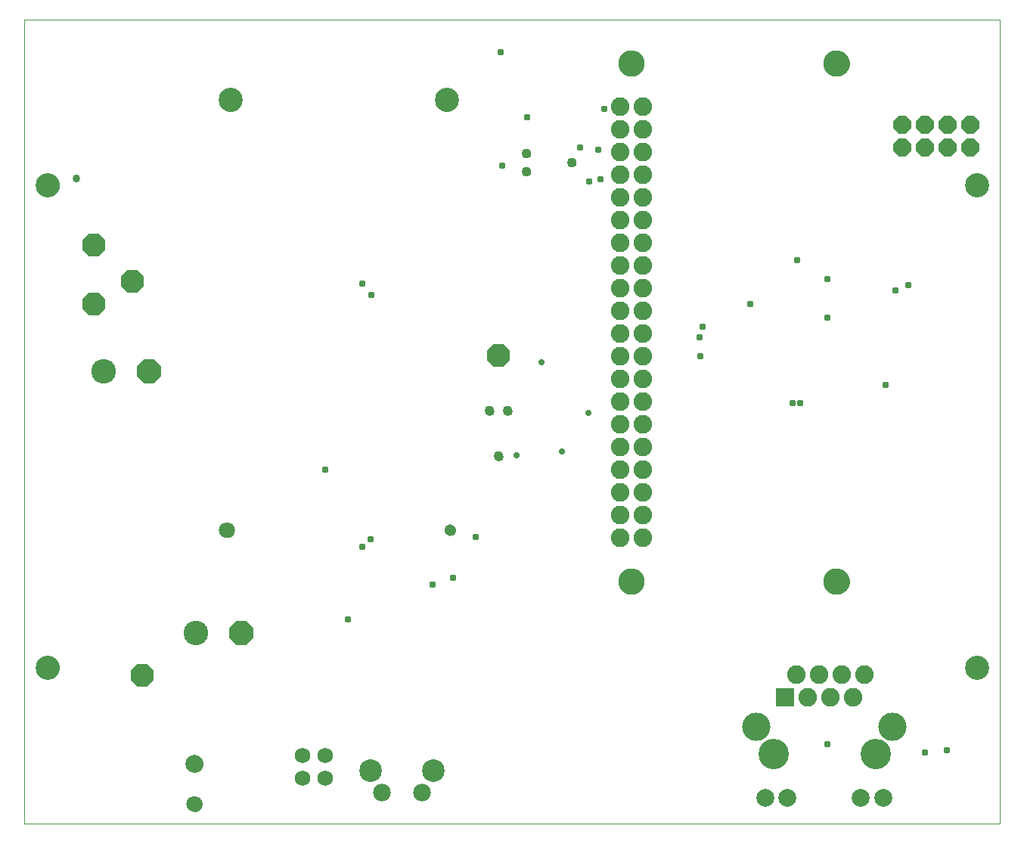
<source format=gbs>
G04 EAGLE Gerber RS-274X export*
G75*
%MOMM*%
%FSLAX34Y34*%
%LPD*%
%INBottom solder mask*%
%IPPOS*%
%AMOC8*
5,1,8,0,0,1.08239X$1,22.5*%
G01*
%ADD10C,0.000000*%
%ADD11C,2.703200*%
%ADD12C,2.082800*%
%ADD13C,2.953200*%
%ADD14C,1.803200*%
%ADD15C,2.003200*%
%ADD16C,1.303200*%
%ADD17R,2.082800X2.082800*%
%ADD18C,3.173200*%
%ADD19C,3.403200*%
%ADD20C,1.986281*%
%ADD21C,2.534919*%
%ADD22C,1.733200*%
%ADD23C,1.092200*%
%ADD24P,2.199416X8X22.500000*%
%ADD25C,2.743200*%
%ADD26P,2.969212X8X22.500000*%
%ADD27P,2.793256X8X292.500000*%
%ADD28P,2.793256X8X22.500000*%
%ADD29P,0.817854X8X22.500000*%
%ADD30C,0.855600*%
%ADD31P,0.763734X8X22.500000*%


D10*
X165100Y0D02*
X1257300Y0D01*
X1257300Y900000D01*
X165100Y900000D01*
X165100Y0D01*
X178850Y175000D02*
X178854Y175307D01*
X178865Y175613D01*
X178884Y175920D01*
X178910Y176225D01*
X178944Y176530D01*
X178985Y176834D01*
X179034Y177137D01*
X179090Y177439D01*
X179154Y177739D01*
X179225Y178037D01*
X179303Y178334D01*
X179388Y178629D01*
X179481Y178921D01*
X179581Y179211D01*
X179688Y179499D01*
X179802Y179784D01*
X179922Y180066D01*
X180050Y180344D01*
X180185Y180620D01*
X180326Y180892D01*
X180474Y181161D01*
X180628Y181426D01*
X180789Y181687D01*
X180957Y181945D01*
X181130Y182198D01*
X181310Y182446D01*
X181496Y182690D01*
X181687Y182930D01*
X181885Y183165D01*
X182088Y183394D01*
X182297Y183619D01*
X182511Y183839D01*
X182731Y184053D01*
X182956Y184262D01*
X183185Y184465D01*
X183420Y184663D01*
X183660Y184854D01*
X183904Y185040D01*
X184152Y185220D01*
X184405Y185393D01*
X184663Y185561D01*
X184924Y185722D01*
X185189Y185876D01*
X185458Y186024D01*
X185730Y186165D01*
X186006Y186300D01*
X186284Y186428D01*
X186566Y186548D01*
X186851Y186662D01*
X187139Y186769D01*
X187429Y186869D01*
X187721Y186962D01*
X188016Y187047D01*
X188313Y187125D01*
X188611Y187196D01*
X188911Y187260D01*
X189213Y187316D01*
X189516Y187365D01*
X189820Y187406D01*
X190125Y187440D01*
X190430Y187466D01*
X190737Y187485D01*
X191043Y187496D01*
X191350Y187500D01*
X191657Y187496D01*
X191963Y187485D01*
X192270Y187466D01*
X192575Y187440D01*
X192880Y187406D01*
X193184Y187365D01*
X193487Y187316D01*
X193789Y187260D01*
X194089Y187196D01*
X194387Y187125D01*
X194684Y187047D01*
X194979Y186962D01*
X195271Y186869D01*
X195561Y186769D01*
X195849Y186662D01*
X196134Y186548D01*
X196416Y186428D01*
X196694Y186300D01*
X196970Y186165D01*
X197242Y186024D01*
X197511Y185876D01*
X197776Y185722D01*
X198037Y185561D01*
X198295Y185393D01*
X198548Y185220D01*
X198796Y185040D01*
X199040Y184854D01*
X199280Y184663D01*
X199515Y184465D01*
X199744Y184262D01*
X199969Y184053D01*
X200189Y183839D01*
X200403Y183619D01*
X200612Y183394D01*
X200815Y183165D01*
X201013Y182930D01*
X201204Y182690D01*
X201390Y182446D01*
X201570Y182198D01*
X201743Y181945D01*
X201911Y181687D01*
X202072Y181426D01*
X202226Y181161D01*
X202374Y180892D01*
X202515Y180620D01*
X202650Y180344D01*
X202778Y180066D01*
X202898Y179784D01*
X203012Y179499D01*
X203119Y179211D01*
X203219Y178921D01*
X203312Y178629D01*
X203397Y178334D01*
X203475Y178037D01*
X203546Y177739D01*
X203610Y177439D01*
X203666Y177137D01*
X203715Y176834D01*
X203756Y176530D01*
X203790Y176225D01*
X203816Y175920D01*
X203835Y175613D01*
X203846Y175307D01*
X203850Y175000D01*
X203846Y174693D01*
X203835Y174387D01*
X203816Y174080D01*
X203790Y173775D01*
X203756Y173470D01*
X203715Y173166D01*
X203666Y172863D01*
X203610Y172561D01*
X203546Y172261D01*
X203475Y171963D01*
X203397Y171666D01*
X203312Y171371D01*
X203219Y171079D01*
X203119Y170789D01*
X203012Y170501D01*
X202898Y170216D01*
X202778Y169934D01*
X202650Y169656D01*
X202515Y169380D01*
X202374Y169108D01*
X202226Y168839D01*
X202072Y168574D01*
X201911Y168313D01*
X201743Y168055D01*
X201570Y167802D01*
X201390Y167554D01*
X201204Y167310D01*
X201013Y167070D01*
X200815Y166835D01*
X200612Y166606D01*
X200403Y166381D01*
X200189Y166161D01*
X199969Y165947D01*
X199744Y165738D01*
X199515Y165535D01*
X199280Y165337D01*
X199040Y165146D01*
X198796Y164960D01*
X198548Y164780D01*
X198295Y164607D01*
X198037Y164439D01*
X197776Y164278D01*
X197511Y164124D01*
X197242Y163976D01*
X196970Y163835D01*
X196694Y163700D01*
X196416Y163572D01*
X196134Y163452D01*
X195849Y163338D01*
X195561Y163231D01*
X195271Y163131D01*
X194979Y163038D01*
X194684Y162953D01*
X194387Y162875D01*
X194089Y162804D01*
X193789Y162740D01*
X193487Y162684D01*
X193184Y162635D01*
X192880Y162594D01*
X192575Y162560D01*
X192270Y162534D01*
X191963Y162515D01*
X191657Y162504D01*
X191350Y162500D01*
X191043Y162504D01*
X190737Y162515D01*
X190430Y162534D01*
X190125Y162560D01*
X189820Y162594D01*
X189516Y162635D01*
X189213Y162684D01*
X188911Y162740D01*
X188611Y162804D01*
X188313Y162875D01*
X188016Y162953D01*
X187721Y163038D01*
X187429Y163131D01*
X187139Y163231D01*
X186851Y163338D01*
X186566Y163452D01*
X186284Y163572D01*
X186006Y163700D01*
X185730Y163835D01*
X185458Y163976D01*
X185189Y164124D01*
X184924Y164278D01*
X184663Y164439D01*
X184405Y164607D01*
X184152Y164780D01*
X183904Y164960D01*
X183660Y165146D01*
X183420Y165337D01*
X183185Y165535D01*
X182956Y165738D01*
X182731Y165947D01*
X182511Y166161D01*
X182297Y166381D01*
X182088Y166606D01*
X181885Y166835D01*
X181687Y167070D01*
X181496Y167310D01*
X181310Y167554D01*
X181130Y167802D01*
X180957Y168055D01*
X180789Y168313D01*
X180628Y168574D01*
X180474Y168839D01*
X180326Y169108D01*
X180185Y169380D01*
X180050Y169656D01*
X179922Y169934D01*
X179802Y170216D01*
X179688Y170501D01*
X179581Y170789D01*
X179481Y171079D01*
X179388Y171371D01*
X179303Y171666D01*
X179225Y171963D01*
X179154Y172261D01*
X179090Y172561D01*
X179034Y172863D01*
X178985Y173166D01*
X178944Y173470D01*
X178910Y173775D01*
X178884Y174080D01*
X178865Y174387D01*
X178854Y174693D01*
X178850Y175000D01*
D11*
X191350Y175000D03*
D10*
X1218850Y175000D02*
X1218854Y175307D01*
X1218865Y175613D01*
X1218884Y175920D01*
X1218910Y176225D01*
X1218944Y176530D01*
X1218985Y176834D01*
X1219034Y177137D01*
X1219090Y177439D01*
X1219154Y177739D01*
X1219225Y178037D01*
X1219303Y178334D01*
X1219388Y178629D01*
X1219481Y178921D01*
X1219581Y179211D01*
X1219688Y179499D01*
X1219802Y179784D01*
X1219922Y180066D01*
X1220050Y180344D01*
X1220185Y180620D01*
X1220326Y180892D01*
X1220474Y181161D01*
X1220628Y181426D01*
X1220789Y181687D01*
X1220957Y181945D01*
X1221130Y182198D01*
X1221310Y182446D01*
X1221496Y182690D01*
X1221687Y182930D01*
X1221885Y183165D01*
X1222088Y183394D01*
X1222297Y183619D01*
X1222511Y183839D01*
X1222731Y184053D01*
X1222956Y184262D01*
X1223185Y184465D01*
X1223420Y184663D01*
X1223660Y184854D01*
X1223904Y185040D01*
X1224152Y185220D01*
X1224405Y185393D01*
X1224663Y185561D01*
X1224924Y185722D01*
X1225189Y185876D01*
X1225458Y186024D01*
X1225730Y186165D01*
X1226006Y186300D01*
X1226284Y186428D01*
X1226566Y186548D01*
X1226851Y186662D01*
X1227139Y186769D01*
X1227429Y186869D01*
X1227721Y186962D01*
X1228016Y187047D01*
X1228313Y187125D01*
X1228611Y187196D01*
X1228911Y187260D01*
X1229213Y187316D01*
X1229516Y187365D01*
X1229820Y187406D01*
X1230125Y187440D01*
X1230430Y187466D01*
X1230737Y187485D01*
X1231043Y187496D01*
X1231350Y187500D01*
X1231657Y187496D01*
X1231963Y187485D01*
X1232270Y187466D01*
X1232575Y187440D01*
X1232880Y187406D01*
X1233184Y187365D01*
X1233487Y187316D01*
X1233789Y187260D01*
X1234089Y187196D01*
X1234387Y187125D01*
X1234684Y187047D01*
X1234979Y186962D01*
X1235271Y186869D01*
X1235561Y186769D01*
X1235849Y186662D01*
X1236134Y186548D01*
X1236416Y186428D01*
X1236694Y186300D01*
X1236970Y186165D01*
X1237242Y186024D01*
X1237511Y185876D01*
X1237776Y185722D01*
X1238037Y185561D01*
X1238295Y185393D01*
X1238548Y185220D01*
X1238796Y185040D01*
X1239040Y184854D01*
X1239280Y184663D01*
X1239515Y184465D01*
X1239744Y184262D01*
X1239969Y184053D01*
X1240189Y183839D01*
X1240403Y183619D01*
X1240612Y183394D01*
X1240815Y183165D01*
X1241013Y182930D01*
X1241204Y182690D01*
X1241390Y182446D01*
X1241570Y182198D01*
X1241743Y181945D01*
X1241911Y181687D01*
X1242072Y181426D01*
X1242226Y181161D01*
X1242374Y180892D01*
X1242515Y180620D01*
X1242650Y180344D01*
X1242778Y180066D01*
X1242898Y179784D01*
X1243012Y179499D01*
X1243119Y179211D01*
X1243219Y178921D01*
X1243312Y178629D01*
X1243397Y178334D01*
X1243475Y178037D01*
X1243546Y177739D01*
X1243610Y177439D01*
X1243666Y177137D01*
X1243715Y176834D01*
X1243756Y176530D01*
X1243790Y176225D01*
X1243816Y175920D01*
X1243835Y175613D01*
X1243846Y175307D01*
X1243850Y175000D01*
X1243846Y174693D01*
X1243835Y174387D01*
X1243816Y174080D01*
X1243790Y173775D01*
X1243756Y173470D01*
X1243715Y173166D01*
X1243666Y172863D01*
X1243610Y172561D01*
X1243546Y172261D01*
X1243475Y171963D01*
X1243397Y171666D01*
X1243312Y171371D01*
X1243219Y171079D01*
X1243119Y170789D01*
X1243012Y170501D01*
X1242898Y170216D01*
X1242778Y169934D01*
X1242650Y169656D01*
X1242515Y169380D01*
X1242374Y169108D01*
X1242226Y168839D01*
X1242072Y168574D01*
X1241911Y168313D01*
X1241743Y168055D01*
X1241570Y167802D01*
X1241390Y167554D01*
X1241204Y167310D01*
X1241013Y167070D01*
X1240815Y166835D01*
X1240612Y166606D01*
X1240403Y166381D01*
X1240189Y166161D01*
X1239969Y165947D01*
X1239744Y165738D01*
X1239515Y165535D01*
X1239280Y165337D01*
X1239040Y165146D01*
X1238796Y164960D01*
X1238548Y164780D01*
X1238295Y164607D01*
X1238037Y164439D01*
X1237776Y164278D01*
X1237511Y164124D01*
X1237242Y163976D01*
X1236970Y163835D01*
X1236694Y163700D01*
X1236416Y163572D01*
X1236134Y163452D01*
X1235849Y163338D01*
X1235561Y163231D01*
X1235271Y163131D01*
X1234979Y163038D01*
X1234684Y162953D01*
X1234387Y162875D01*
X1234089Y162804D01*
X1233789Y162740D01*
X1233487Y162684D01*
X1233184Y162635D01*
X1232880Y162594D01*
X1232575Y162560D01*
X1232270Y162534D01*
X1231963Y162515D01*
X1231657Y162504D01*
X1231350Y162500D01*
X1231043Y162504D01*
X1230737Y162515D01*
X1230430Y162534D01*
X1230125Y162560D01*
X1229820Y162594D01*
X1229516Y162635D01*
X1229213Y162684D01*
X1228911Y162740D01*
X1228611Y162804D01*
X1228313Y162875D01*
X1228016Y162953D01*
X1227721Y163038D01*
X1227429Y163131D01*
X1227139Y163231D01*
X1226851Y163338D01*
X1226566Y163452D01*
X1226284Y163572D01*
X1226006Y163700D01*
X1225730Y163835D01*
X1225458Y163976D01*
X1225189Y164124D01*
X1224924Y164278D01*
X1224663Y164439D01*
X1224405Y164607D01*
X1224152Y164780D01*
X1223904Y164960D01*
X1223660Y165146D01*
X1223420Y165337D01*
X1223185Y165535D01*
X1222956Y165738D01*
X1222731Y165947D01*
X1222511Y166161D01*
X1222297Y166381D01*
X1222088Y166606D01*
X1221885Y166835D01*
X1221687Y167070D01*
X1221496Y167310D01*
X1221310Y167554D01*
X1221130Y167802D01*
X1220957Y168055D01*
X1220789Y168313D01*
X1220628Y168574D01*
X1220474Y168839D01*
X1220326Y169108D01*
X1220185Y169380D01*
X1220050Y169656D01*
X1219922Y169934D01*
X1219802Y170216D01*
X1219688Y170501D01*
X1219581Y170789D01*
X1219481Y171079D01*
X1219388Y171371D01*
X1219303Y171666D01*
X1219225Y171963D01*
X1219154Y172261D01*
X1219090Y172561D01*
X1219034Y172863D01*
X1218985Y173166D01*
X1218944Y173470D01*
X1218910Y173775D01*
X1218884Y174080D01*
X1218865Y174387D01*
X1218854Y174693D01*
X1218850Y175000D01*
D11*
X1231350Y175000D03*
D10*
X178850Y715000D02*
X178854Y715307D01*
X178865Y715613D01*
X178884Y715920D01*
X178910Y716225D01*
X178944Y716530D01*
X178985Y716834D01*
X179034Y717137D01*
X179090Y717439D01*
X179154Y717739D01*
X179225Y718037D01*
X179303Y718334D01*
X179388Y718629D01*
X179481Y718921D01*
X179581Y719211D01*
X179688Y719499D01*
X179802Y719784D01*
X179922Y720066D01*
X180050Y720344D01*
X180185Y720620D01*
X180326Y720892D01*
X180474Y721161D01*
X180628Y721426D01*
X180789Y721687D01*
X180957Y721945D01*
X181130Y722198D01*
X181310Y722446D01*
X181496Y722690D01*
X181687Y722930D01*
X181885Y723165D01*
X182088Y723394D01*
X182297Y723619D01*
X182511Y723839D01*
X182731Y724053D01*
X182956Y724262D01*
X183185Y724465D01*
X183420Y724663D01*
X183660Y724854D01*
X183904Y725040D01*
X184152Y725220D01*
X184405Y725393D01*
X184663Y725561D01*
X184924Y725722D01*
X185189Y725876D01*
X185458Y726024D01*
X185730Y726165D01*
X186006Y726300D01*
X186284Y726428D01*
X186566Y726548D01*
X186851Y726662D01*
X187139Y726769D01*
X187429Y726869D01*
X187721Y726962D01*
X188016Y727047D01*
X188313Y727125D01*
X188611Y727196D01*
X188911Y727260D01*
X189213Y727316D01*
X189516Y727365D01*
X189820Y727406D01*
X190125Y727440D01*
X190430Y727466D01*
X190737Y727485D01*
X191043Y727496D01*
X191350Y727500D01*
X191657Y727496D01*
X191963Y727485D01*
X192270Y727466D01*
X192575Y727440D01*
X192880Y727406D01*
X193184Y727365D01*
X193487Y727316D01*
X193789Y727260D01*
X194089Y727196D01*
X194387Y727125D01*
X194684Y727047D01*
X194979Y726962D01*
X195271Y726869D01*
X195561Y726769D01*
X195849Y726662D01*
X196134Y726548D01*
X196416Y726428D01*
X196694Y726300D01*
X196970Y726165D01*
X197242Y726024D01*
X197511Y725876D01*
X197776Y725722D01*
X198037Y725561D01*
X198295Y725393D01*
X198548Y725220D01*
X198796Y725040D01*
X199040Y724854D01*
X199280Y724663D01*
X199515Y724465D01*
X199744Y724262D01*
X199969Y724053D01*
X200189Y723839D01*
X200403Y723619D01*
X200612Y723394D01*
X200815Y723165D01*
X201013Y722930D01*
X201204Y722690D01*
X201390Y722446D01*
X201570Y722198D01*
X201743Y721945D01*
X201911Y721687D01*
X202072Y721426D01*
X202226Y721161D01*
X202374Y720892D01*
X202515Y720620D01*
X202650Y720344D01*
X202778Y720066D01*
X202898Y719784D01*
X203012Y719499D01*
X203119Y719211D01*
X203219Y718921D01*
X203312Y718629D01*
X203397Y718334D01*
X203475Y718037D01*
X203546Y717739D01*
X203610Y717439D01*
X203666Y717137D01*
X203715Y716834D01*
X203756Y716530D01*
X203790Y716225D01*
X203816Y715920D01*
X203835Y715613D01*
X203846Y715307D01*
X203850Y715000D01*
X203846Y714693D01*
X203835Y714387D01*
X203816Y714080D01*
X203790Y713775D01*
X203756Y713470D01*
X203715Y713166D01*
X203666Y712863D01*
X203610Y712561D01*
X203546Y712261D01*
X203475Y711963D01*
X203397Y711666D01*
X203312Y711371D01*
X203219Y711079D01*
X203119Y710789D01*
X203012Y710501D01*
X202898Y710216D01*
X202778Y709934D01*
X202650Y709656D01*
X202515Y709380D01*
X202374Y709108D01*
X202226Y708839D01*
X202072Y708574D01*
X201911Y708313D01*
X201743Y708055D01*
X201570Y707802D01*
X201390Y707554D01*
X201204Y707310D01*
X201013Y707070D01*
X200815Y706835D01*
X200612Y706606D01*
X200403Y706381D01*
X200189Y706161D01*
X199969Y705947D01*
X199744Y705738D01*
X199515Y705535D01*
X199280Y705337D01*
X199040Y705146D01*
X198796Y704960D01*
X198548Y704780D01*
X198295Y704607D01*
X198037Y704439D01*
X197776Y704278D01*
X197511Y704124D01*
X197242Y703976D01*
X196970Y703835D01*
X196694Y703700D01*
X196416Y703572D01*
X196134Y703452D01*
X195849Y703338D01*
X195561Y703231D01*
X195271Y703131D01*
X194979Y703038D01*
X194684Y702953D01*
X194387Y702875D01*
X194089Y702804D01*
X193789Y702740D01*
X193487Y702684D01*
X193184Y702635D01*
X192880Y702594D01*
X192575Y702560D01*
X192270Y702534D01*
X191963Y702515D01*
X191657Y702504D01*
X191350Y702500D01*
X191043Y702504D01*
X190737Y702515D01*
X190430Y702534D01*
X190125Y702560D01*
X189820Y702594D01*
X189516Y702635D01*
X189213Y702684D01*
X188911Y702740D01*
X188611Y702804D01*
X188313Y702875D01*
X188016Y702953D01*
X187721Y703038D01*
X187429Y703131D01*
X187139Y703231D01*
X186851Y703338D01*
X186566Y703452D01*
X186284Y703572D01*
X186006Y703700D01*
X185730Y703835D01*
X185458Y703976D01*
X185189Y704124D01*
X184924Y704278D01*
X184663Y704439D01*
X184405Y704607D01*
X184152Y704780D01*
X183904Y704960D01*
X183660Y705146D01*
X183420Y705337D01*
X183185Y705535D01*
X182956Y705738D01*
X182731Y705947D01*
X182511Y706161D01*
X182297Y706381D01*
X182088Y706606D01*
X181885Y706835D01*
X181687Y707070D01*
X181496Y707310D01*
X181310Y707554D01*
X181130Y707802D01*
X180957Y708055D01*
X180789Y708313D01*
X180628Y708574D01*
X180474Y708839D01*
X180326Y709108D01*
X180185Y709380D01*
X180050Y709656D01*
X179922Y709934D01*
X179802Y710216D01*
X179688Y710501D01*
X179581Y710789D01*
X179481Y711079D01*
X179388Y711371D01*
X179303Y711666D01*
X179225Y711963D01*
X179154Y712261D01*
X179090Y712561D01*
X179034Y712863D01*
X178985Y713166D01*
X178944Y713470D01*
X178910Y713775D01*
X178884Y714080D01*
X178865Y714387D01*
X178854Y714693D01*
X178850Y715000D01*
D11*
X191350Y715000D03*
D10*
X1218850Y715000D02*
X1218854Y715307D01*
X1218865Y715613D01*
X1218884Y715920D01*
X1218910Y716225D01*
X1218944Y716530D01*
X1218985Y716834D01*
X1219034Y717137D01*
X1219090Y717439D01*
X1219154Y717739D01*
X1219225Y718037D01*
X1219303Y718334D01*
X1219388Y718629D01*
X1219481Y718921D01*
X1219581Y719211D01*
X1219688Y719499D01*
X1219802Y719784D01*
X1219922Y720066D01*
X1220050Y720344D01*
X1220185Y720620D01*
X1220326Y720892D01*
X1220474Y721161D01*
X1220628Y721426D01*
X1220789Y721687D01*
X1220957Y721945D01*
X1221130Y722198D01*
X1221310Y722446D01*
X1221496Y722690D01*
X1221687Y722930D01*
X1221885Y723165D01*
X1222088Y723394D01*
X1222297Y723619D01*
X1222511Y723839D01*
X1222731Y724053D01*
X1222956Y724262D01*
X1223185Y724465D01*
X1223420Y724663D01*
X1223660Y724854D01*
X1223904Y725040D01*
X1224152Y725220D01*
X1224405Y725393D01*
X1224663Y725561D01*
X1224924Y725722D01*
X1225189Y725876D01*
X1225458Y726024D01*
X1225730Y726165D01*
X1226006Y726300D01*
X1226284Y726428D01*
X1226566Y726548D01*
X1226851Y726662D01*
X1227139Y726769D01*
X1227429Y726869D01*
X1227721Y726962D01*
X1228016Y727047D01*
X1228313Y727125D01*
X1228611Y727196D01*
X1228911Y727260D01*
X1229213Y727316D01*
X1229516Y727365D01*
X1229820Y727406D01*
X1230125Y727440D01*
X1230430Y727466D01*
X1230737Y727485D01*
X1231043Y727496D01*
X1231350Y727500D01*
X1231657Y727496D01*
X1231963Y727485D01*
X1232270Y727466D01*
X1232575Y727440D01*
X1232880Y727406D01*
X1233184Y727365D01*
X1233487Y727316D01*
X1233789Y727260D01*
X1234089Y727196D01*
X1234387Y727125D01*
X1234684Y727047D01*
X1234979Y726962D01*
X1235271Y726869D01*
X1235561Y726769D01*
X1235849Y726662D01*
X1236134Y726548D01*
X1236416Y726428D01*
X1236694Y726300D01*
X1236970Y726165D01*
X1237242Y726024D01*
X1237511Y725876D01*
X1237776Y725722D01*
X1238037Y725561D01*
X1238295Y725393D01*
X1238548Y725220D01*
X1238796Y725040D01*
X1239040Y724854D01*
X1239280Y724663D01*
X1239515Y724465D01*
X1239744Y724262D01*
X1239969Y724053D01*
X1240189Y723839D01*
X1240403Y723619D01*
X1240612Y723394D01*
X1240815Y723165D01*
X1241013Y722930D01*
X1241204Y722690D01*
X1241390Y722446D01*
X1241570Y722198D01*
X1241743Y721945D01*
X1241911Y721687D01*
X1242072Y721426D01*
X1242226Y721161D01*
X1242374Y720892D01*
X1242515Y720620D01*
X1242650Y720344D01*
X1242778Y720066D01*
X1242898Y719784D01*
X1243012Y719499D01*
X1243119Y719211D01*
X1243219Y718921D01*
X1243312Y718629D01*
X1243397Y718334D01*
X1243475Y718037D01*
X1243546Y717739D01*
X1243610Y717439D01*
X1243666Y717137D01*
X1243715Y716834D01*
X1243756Y716530D01*
X1243790Y716225D01*
X1243816Y715920D01*
X1243835Y715613D01*
X1243846Y715307D01*
X1243850Y715000D01*
X1243846Y714693D01*
X1243835Y714387D01*
X1243816Y714080D01*
X1243790Y713775D01*
X1243756Y713470D01*
X1243715Y713166D01*
X1243666Y712863D01*
X1243610Y712561D01*
X1243546Y712261D01*
X1243475Y711963D01*
X1243397Y711666D01*
X1243312Y711371D01*
X1243219Y711079D01*
X1243119Y710789D01*
X1243012Y710501D01*
X1242898Y710216D01*
X1242778Y709934D01*
X1242650Y709656D01*
X1242515Y709380D01*
X1242374Y709108D01*
X1242226Y708839D01*
X1242072Y708574D01*
X1241911Y708313D01*
X1241743Y708055D01*
X1241570Y707802D01*
X1241390Y707554D01*
X1241204Y707310D01*
X1241013Y707070D01*
X1240815Y706835D01*
X1240612Y706606D01*
X1240403Y706381D01*
X1240189Y706161D01*
X1239969Y705947D01*
X1239744Y705738D01*
X1239515Y705535D01*
X1239280Y705337D01*
X1239040Y705146D01*
X1238796Y704960D01*
X1238548Y704780D01*
X1238295Y704607D01*
X1238037Y704439D01*
X1237776Y704278D01*
X1237511Y704124D01*
X1237242Y703976D01*
X1236970Y703835D01*
X1236694Y703700D01*
X1236416Y703572D01*
X1236134Y703452D01*
X1235849Y703338D01*
X1235561Y703231D01*
X1235271Y703131D01*
X1234979Y703038D01*
X1234684Y702953D01*
X1234387Y702875D01*
X1234089Y702804D01*
X1233789Y702740D01*
X1233487Y702684D01*
X1233184Y702635D01*
X1232880Y702594D01*
X1232575Y702560D01*
X1232270Y702534D01*
X1231963Y702515D01*
X1231657Y702504D01*
X1231350Y702500D01*
X1231043Y702504D01*
X1230737Y702515D01*
X1230430Y702534D01*
X1230125Y702560D01*
X1229820Y702594D01*
X1229516Y702635D01*
X1229213Y702684D01*
X1228911Y702740D01*
X1228611Y702804D01*
X1228313Y702875D01*
X1228016Y702953D01*
X1227721Y703038D01*
X1227429Y703131D01*
X1227139Y703231D01*
X1226851Y703338D01*
X1226566Y703452D01*
X1226284Y703572D01*
X1226006Y703700D01*
X1225730Y703835D01*
X1225458Y703976D01*
X1225189Y704124D01*
X1224924Y704278D01*
X1224663Y704439D01*
X1224405Y704607D01*
X1224152Y704780D01*
X1223904Y704960D01*
X1223660Y705146D01*
X1223420Y705337D01*
X1223185Y705535D01*
X1222956Y705738D01*
X1222731Y705947D01*
X1222511Y706161D01*
X1222297Y706381D01*
X1222088Y706606D01*
X1221885Y706835D01*
X1221687Y707070D01*
X1221496Y707310D01*
X1221310Y707554D01*
X1221130Y707802D01*
X1220957Y708055D01*
X1220789Y708313D01*
X1220628Y708574D01*
X1220474Y708839D01*
X1220326Y709108D01*
X1220185Y709380D01*
X1220050Y709656D01*
X1219922Y709934D01*
X1219802Y710216D01*
X1219688Y710501D01*
X1219581Y710789D01*
X1219481Y711079D01*
X1219388Y711371D01*
X1219303Y711666D01*
X1219225Y711963D01*
X1219154Y712261D01*
X1219090Y712561D01*
X1219034Y712863D01*
X1218985Y713166D01*
X1218944Y713470D01*
X1218910Y713775D01*
X1218884Y714080D01*
X1218865Y714387D01*
X1218854Y714693D01*
X1218850Y715000D01*
D11*
X1231350Y715000D03*
D12*
X831925Y777345D03*
X831925Y751945D03*
X831925Y726545D03*
X831925Y701145D03*
X831925Y675745D03*
X831925Y650345D03*
X831925Y624945D03*
X831925Y599545D03*
X831925Y574145D03*
X831925Y548745D03*
X831925Y523345D03*
X831925Y497945D03*
X831925Y472545D03*
X831925Y447145D03*
X831925Y421645D03*
X831925Y396345D03*
X831925Y370945D03*
X831925Y345545D03*
X831925Y320145D03*
X857325Y777345D03*
X857325Y751945D03*
X857325Y726545D03*
X857325Y701145D03*
X857325Y675745D03*
X857325Y650345D03*
X857325Y624945D03*
X857325Y599545D03*
X857325Y574145D03*
X857325Y548745D03*
X857325Y523345D03*
X857325Y497945D03*
X857325Y472545D03*
X857325Y447145D03*
X857325Y421745D03*
X857325Y396345D03*
X857325Y370945D03*
X857325Y345545D03*
X857325Y320145D03*
X831925Y802745D03*
X857325Y802745D03*
D10*
X830875Y851445D02*
X830879Y851782D01*
X830892Y852120D01*
X830912Y852457D01*
X830941Y852793D01*
X830978Y853128D01*
X831024Y853463D01*
X831077Y853796D01*
X831139Y854127D01*
X831209Y854458D01*
X831287Y854786D01*
X831373Y855112D01*
X831467Y855436D01*
X831569Y855758D01*
X831679Y856077D01*
X831796Y856394D01*
X831922Y856707D01*
X832055Y857017D01*
X832195Y857324D01*
X832343Y857627D01*
X832499Y857927D01*
X832661Y858222D01*
X832831Y858514D01*
X833008Y858801D01*
X833192Y859084D01*
X833383Y859362D01*
X833581Y859636D01*
X833785Y859904D01*
X833996Y860168D01*
X834213Y860426D01*
X834437Y860679D01*
X834667Y860926D01*
X834902Y861168D01*
X835144Y861403D01*
X835391Y861633D01*
X835644Y861857D01*
X835902Y862074D01*
X836166Y862285D01*
X836434Y862489D01*
X836708Y862687D01*
X836986Y862878D01*
X837269Y863062D01*
X837556Y863239D01*
X837848Y863409D01*
X838143Y863571D01*
X838443Y863727D01*
X838746Y863875D01*
X839053Y864015D01*
X839363Y864148D01*
X839676Y864274D01*
X839993Y864391D01*
X840312Y864501D01*
X840634Y864603D01*
X840958Y864697D01*
X841284Y864783D01*
X841612Y864861D01*
X841943Y864931D01*
X842274Y864993D01*
X842607Y865046D01*
X842942Y865092D01*
X843277Y865129D01*
X843613Y865158D01*
X843950Y865178D01*
X844288Y865191D01*
X844625Y865195D01*
X844962Y865191D01*
X845300Y865178D01*
X845637Y865158D01*
X845973Y865129D01*
X846308Y865092D01*
X846643Y865046D01*
X846976Y864993D01*
X847307Y864931D01*
X847638Y864861D01*
X847966Y864783D01*
X848292Y864697D01*
X848616Y864603D01*
X848938Y864501D01*
X849257Y864391D01*
X849574Y864274D01*
X849887Y864148D01*
X850197Y864015D01*
X850504Y863875D01*
X850807Y863727D01*
X851107Y863571D01*
X851402Y863409D01*
X851694Y863239D01*
X851981Y863062D01*
X852264Y862878D01*
X852542Y862687D01*
X852816Y862489D01*
X853084Y862285D01*
X853348Y862074D01*
X853606Y861857D01*
X853859Y861633D01*
X854106Y861403D01*
X854348Y861168D01*
X854583Y860926D01*
X854813Y860679D01*
X855037Y860426D01*
X855254Y860168D01*
X855465Y859904D01*
X855669Y859636D01*
X855867Y859362D01*
X856058Y859084D01*
X856242Y858801D01*
X856419Y858514D01*
X856589Y858222D01*
X856751Y857927D01*
X856907Y857627D01*
X857055Y857324D01*
X857195Y857017D01*
X857328Y856707D01*
X857454Y856394D01*
X857571Y856077D01*
X857681Y855758D01*
X857783Y855436D01*
X857877Y855112D01*
X857963Y854786D01*
X858041Y854458D01*
X858111Y854127D01*
X858173Y853796D01*
X858226Y853463D01*
X858272Y853128D01*
X858309Y852793D01*
X858338Y852457D01*
X858358Y852120D01*
X858371Y851782D01*
X858375Y851445D01*
X858371Y851108D01*
X858358Y850770D01*
X858338Y850433D01*
X858309Y850097D01*
X858272Y849762D01*
X858226Y849427D01*
X858173Y849094D01*
X858111Y848763D01*
X858041Y848432D01*
X857963Y848104D01*
X857877Y847778D01*
X857783Y847454D01*
X857681Y847132D01*
X857571Y846813D01*
X857454Y846496D01*
X857328Y846183D01*
X857195Y845873D01*
X857055Y845566D01*
X856907Y845263D01*
X856751Y844963D01*
X856589Y844668D01*
X856419Y844376D01*
X856242Y844089D01*
X856058Y843806D01*
X855867Y843528D01*
X855669Y843254D01*
X855465Y842986D01*
X855254Y842722D01*
X855037Y842464D01*
X854813Y842211D01*
X854583Y841964D01*
X854348Y841722D01*
X854106Y841487D01*
X853859Y841257D01*
X853606Y841033D01*
X853348Y840816D01*
X853084Y840605D01*
X852816Y840401D01*
X852542Y840203D01*
X852264Y840012D01*
X851981Y839828D01*
X851694Y839651D01*
X851402Y839481D01*
X851107Y839319D01*
X850807Y839163D01*
X850504Y839015D01*
X850197Y838875D01*
X849887Y838742D01*
X849574Y838616D01*
X849257Y838499D01*
X848938Y838389D01*
X848616Y838287D01*
X848292Y838193D01*
X847966Y838107D01*
X847638Y838029D01*
X847307Y837959D01*
X846976Y837897D01*
X846643Y837844D01*
X846308Y837798D01*
X845973Y837761D01*
X845637Y837732D01*
X845300Y837712D01*
X844962Y837699D01*
X844625Y837695D01*
X844288Y837699D01*
X843950Y837712D01*
X843613Y837732D01*
X843277Y837761D01*
X842942Y837798D01*
X842607Y837844D01*
X842274Y837897D01*
X841943Y837959D01*
X841612Y838029D01*
X841284Y838107D01*
X840958Y838193D01*
X840634Y838287D01*
X840312Y838389D01*
X839993Y838499D01*
X839676Y838616D01*
X839363Y838742D01*
X839053Y838875D01*
X838746Y839015D01*
X838443Y839163D01*
X838143Y839319D01*
X837848Y839481D01*
X837556Y839651D01*
X837269Y839828D01*
X836986Y840012D01*
X836708Y840203D01*
X836434Y840401D01*
X836166Y840605D01*
X835902Y840816D01*
X835644Y841033D01*
X835391Y841257D01*
X835144Y841487D01*
X834902Y841722D01*
X834667Y841964D01*
X834437Y842211D01*
X834213Y842464D01*
X833996Y842722D01*
X833785Y842986D01*
X833581Y843254D01*
X833383Y843528D01*
X833192Y843806D01*
X833008Y844089D01*
X832831Y844376D01*
X832661Y844668D01*
X832499Y844963D01*
X832343Y845263D01*
X832195Y845566D01*
X832055Y845873D01*
X831922Y846183D01*
X831796Y846496D01*
X831679Y846813D01*
X831569Y847132D01*
X831467Y847454D01*
X831373Y847778D01*
X831287Y848104D01*
X831209Y848432D01*
X831139Y848763D01*
X831077Y849094D01*
X831024Y849427D01*
X830978Y849762D01*
X830941Y850097D01*
X830912Y850433D01*
X830892Y850770D01*
X830879Y851108D01*
X830875Y851445D01*
D13*
X844625Y851445D03*
D10*
X830875Y271445D02*
X830879Y271782D01*
X830892Y272120D01*
X830912Y272457D01*
X830941Y272793D01*
X830978Y273128D01*
X831024Y273463D01*
X831077Y273796D01*
X831139Y274127D01*
X831209Y274458D01*
X831287Y274786D01*
X831373Y275112D01*
X831467Y275436D01*
X831569Y275758D01*
X831679Y276077D01*
X831796Y276394D01*
X831922Y276707D01*
X832055Y277017D01*
X832195Y277324D01*
X832343Y277627D01*
X832499Y277927D01*
X832661Y278222D01*
X832831Y278514D01*
X833008Y278801D01*
X833192Y279084D01*
X833383Y279362D01*
X833581Y279636D01*
X833785Y279904D01*
X833996Y280168D01*
X834213Y280426D01*
X834437Y280679D01*
X834667Y280926D01*
X834902Y281168D01*
X835144Y281403D01*
X835391Y281633D01*
X835644Y281857D01*
X835902Y282074D01*
X836166Y282285D01*
X836434Y282489D01*
X836708Y282687D01*
X836986Y282878D01*
X837269Y283062D01*
X837556Y283239D01*
X837848Y283409D01*
X838143Y283571D01*
X838443Y283727D01*
X838746Y283875D01*
X839053Y284015D01*
X839363Y284148D01*
X839676Y284274D01*
X839993Y284391D01*
X840312Y284501D01*
X840634Y284603D01*
X840958Y284697D01*
X841284Y284783D01*
X841612Y284861D01*
X841943Y284931D01*
X842274Y284993D01*
X842607Y285046D01*
X842942Y285092D01*
X843277Y285129D01*
X843613Y285158D01*
X843950Y285178D01*
X844288Y285191D01*
X844625Y285195D01*
X844962Y285191D01*
X845300Y285178D01*
X845637Y285158D01*
X845973Y285129D01*
X846308Y285092D01*
X846643Y285046D01*
X846976Y284993D01*
X847307Y284931D01*
X847638Y284861D01*
X847966Y284783D01*
X848292Y284697D01*
X848616Y284603D01*
X848938Y284501D01*
X849257Y284391D01*
X849574Y284274D01*
X849887Y284148D01*
X850197Y284015D01*
X850504Y283875D01*
X850807Y283727D01*
X851107Y283571D01*
X851402Y283409D01*
X851694Y283239D01*
X851981Y283062D01*
X852264Y282878D01*
X852542Y282687D01*
X852816Y282489D01*
X853084Y282285D01*
X853348Y282074D01*
X853606Y281857D01*
X853859Y281633D01*
X854106Y281403D01*
X854348Y281168D01*
X854583Y280926D01*
X854813Y280679D01*
X855037Y280426D01*
X855254Y280168D01*
X855465Y279904D01*
X855669Y279636D01*
X855867Y279362D01*
X856058Y279084D01*
X856242Y278801D01*
X856419Y278514D01*
X856589Y278222D01*
X856751Y277927D01*
X856907Y277627D01*
X857055Y277324D01*
X857195Y277017D01*
X857328Y276707D01*
X857454Y276394D01*
X857571Y276077D01*
X857681Y275758D01*
X857783Y275436D01*
X857877Y275112D01*
X857963Y274786D01*
X858041Y274458D01*
X858111Y274127D01*
X858173Y273796D01*
X858226Y273463D01*
X858272Y273128D01*
X858309Y272793D01*
X858338Y272457D01*
X858358Y272120D01*
X858371Y271782D01*
X858375Y271445D01*
X858371Y271108D01*
X858358Y270770D01*
X858338Y270433D01*
X858309Y270097D01*
X858272Y269762D01*
X858226Y269427D01*
X858173Y269094D01*
X858111Y268763D01*
X858041Y268432D01*
X857963Y268104D01*
X857877Y267778D01*
X857783Y267454D01*
X857681Y267132D01*
X857571Y266813D01*
X857454Y266496D01*
X857328Y266183D01*
X857195Y265873D01*
X857055Y265566D01*
X856907Y265263D01*
X856751Y264963D01*
X856589Y264668D01*
X856419Y264376D01*
X856242Y264089D01*
X856058Y263806D01*
X855867Y263528D01*
X855669Y263254D01*
X855465Y262986D01*
X855254Y262722D01*
X855037Y262464D01*
X854813Y262211D01*
X854583Y261964D01*
X854348Y261722D01*
X854106Y261487D01*
X853859Y261257D01*
X853606Y261033D01*
X853348Y260816D01*
X853084Y260605D01*
X852816Y260401D01*
X852542Y260203D01*
X852264Y260012D01*
X851981Y259828D01*
X851694Y259651D01*
X851402Y259481D01*
X851107Y259319D01*
X850807Y259163D01*
X850504Y259015D01*
X850197Y258875D01*
X849887Y258742D01*
X849574Y258616D01*
X849257Y258499D01*
X848938Y258389D01*
X848616Y258287D01*
X848292Y258193D01*
X847966Y258107D01*
X847638Y258029D01*
X847307Y257959D01*
X846976Y257897D01*
X846643Y257844D01*
X846308Y257798D01*
X845973Y257761D01*
X845637Y257732D01*
X845300Y257712D01*
X844962Y257699D01*
X844625Y257695D01*
X844288Y257699D01*
X843950Y257712D01*
X843613Y257732D01*
X843277Y257761D01*
X842942Y257798D01*
X842607Y257844D01*
X842274Y257897D01*
X841943Y257959D01*
X841612Y258029D01*
X841284Y258107D01*
X840958Y258193D01*
X840634Y258287D01*
X840312Y258389D01*
X839993Y258499D01*
X839676Y258616D01*
X839363Y258742D01*
X839053Y258875D01*
X838746Y259015D01*
X838443Y259163D01*
X838143Y259319D01*
X837848Y259481D01*
X837556Y259651D01*
X837269Y259828D01*
X836986Y260012D01*
X836708Y260203D01*
X836434Y260401D01*
X836166Y260605D01*
X835902Y260816D01*
X835644Y261033D01*
X835391Y261257D01*
X835144Y261487D01*
X834902Y261722D01*
X834667Y261964D01*
X834437Y262211D01*
X834213Y262464D01*
X833996Y262722D01*
X833785Y262986D01*
X833581Y263254D01*
X833383Y263528D01*
X833192Y263806D01*
X833008Y264089D01*
X832831Y264376D01*
X832661Y264668D01*
X832499Y264963D01*
X832343Y265263D01*
X832195Y265566D01*
X832055Y265873D01*
X831922Y266183D01*
X831796Y266496D01*
X831679Y266813D01*
X831569Y267132D01*
X831467Y267454D01*
X831373Y267778D01*
X831287Y268104D01*
X831209Y268432D01*
X831139Y268763D01*
X831077Y269094D01*
X831024Y269427D01*
X830978Y269762D01*
X830941Y270097D01*
X830912Y270433D01*
X830892Y270770D01*
X830879Y271108D01*
X830875Y271445D01*
D13*
X844625Y271445D03*
D10*
X1060875Y851445D02*
X1060879Y851782D01*
X1060892Y852120D01*
X1060912Y852457D01*
X1060941Y852793D01*
X1060978Y853128D01*
X1061024Y853463D01*
X1061077Y853796D01*
X1061139Y854127D01*
X1061209Y854458D01*
X1061287Y854786D01*
X1061373Y855112D01*
X1061467Y855436D01*
X1061569Y855758D01*
X1061679Y856077D01*
X1061796Y856394D01*
X1061922Y856707D01*
X1062055Y857017D01*
X1062195Y857324D01*
X1062343Y857627D01*
X1062499Y857927D01*
X1062661Y858222D01*
X1062831Y858514D01*
X1063008Y858801D01*
X1063192Y859084D01*
X1063383Y859362D01*
X1063581Y859636D01*
X1063785Y859904D01*
X1063996Y860168D01*
X1064213Y860426D01*
X1064437Y860679D01*
X1064667Y860926D01*
X1064902Y861168D01*
X1065144Y861403D01*
X1065391Y861633D01*
X1065644Y861857D01*
X1065902Y862074D01*
X1066166Y862285D01*
X1066434Y862489D01*
X1066708Y862687D01*
X1066986Y862878D01*
X1067269Y863062D01*
X1067556Y863239D01*
X1067848Y863409D01*
X1068143Y863571D01*
X1068443Y863727D01*
X1068746Y863875D01*
X1069053Y864015D01*
X1069363Y864148D01*
X1069676Y864274D01*
X1069993Y864391D01*
X1070312Y864501D01*
X1070634Y864603D01*
X1070958Y864697D01*
X1071284Y864783D01*
X1071612Y864861D01*
X1071943Y864931D01*
X1072274Y864993D01*
X1072607Y865046D01*
X1072942Y865092D01*
X1073277Y865129D01*
X1073613Y865158D01*
X1073950Y865178D01*
X1074288Y865191D01*
X1074625Y865195D01*
X1074962Y865191D01*
X1075300Y865178D01*
X1075637Y865158D01*
X1075973Y865129D01*
X1076308Y865092D01*
X1076643Y865046D01*
X1076976Y864993D01*
X1077307Y864931D01*
X1077638Y864861D01*
X1077966Y864783D01*
X1078292Y864697D01*
X1078616Y864603D01*
X1078938Y864501D01*
X1079257Y864391D01*
X1079574Y864274D01*
X1079887Y864148D01*
X1080197Y864015D01*
X1080504Y863875D01*
X1080807Y863727D01*
X1081107Y863571D01*
X1081402Y863409D01*
X1081694Y863239D01*
X1081981Y863062D01*
X1082264Y862878D01*
X1082542Y862687D01*
X1082816Y862489D01*
X1083084Y862285D01*
X1083348Y862074D01*
X1083606Y861857D01*
X1083859Y861633D01*
X1084106Y861403D01*
X1084348Y861168D01*
X1084583Y860926D01*
X1084813Y860679D01*
X1085037Y860426D01*
X1085254Y860168D01*
X1085465Y859904D01*
X1085669Y859636D01*
X1085867Y859362D01*
X1086058Y859084D01*
X1086242Y858801D01*
X1086419Y858514D01*
X1086589Y858222D01*
X1086751Y857927D01*
X1086907Y857627D01*
X1087055Y857324D01*
X1087195Y857017D01*
X1087328Y856707D01*
X1087454Y856394D01*
X1087571Y856077D01*
X1087681Y855758D01*
X1087783Y855436D01*
X1087877Y855112D01*
X1087963Y854786D01*
X1088041Y854458D01*
X1088111Y854127D01*
X1088173Y853796D01*
X1088226Y853463D01*
X1088272Y853128D01*
X1088309Y852793D01*
X1088338Y852457D01*
X1088358Y852120D01*
X1088371Y851782D01*
X1088375Y851445D01*
X1088371Y851108D01*
X1088358Y850770D01*
X1088338Y850433D01*
X1088309Y850097D01*
X1088272Y849762D01*
X1088226Y849427D01*
X1088173Y849094D01*
X1088111Y848763D01*
X1088041Y848432D01*
X1087963Y848104D01*
X1087877Y847778D01*
X1087783Y847454D01*
X1087681Y847132D01*
X1087571Y846813D01*
X1087454Y846496D01*
X1087328Y846183D01*
X1087195Y845873D01*
X1087055Y845566D01*
X1086907Y845263D01*
X1086751Y844963D01*
X1086589Y844668D01*
X1086419Y844376D01*
X1086242Y844089D01*
X1086058Y843806D01*
X1085867Y843528D01*
X1085669Y843254D01*
X1085465Y842986D01*
X1085254Y842722D01*
X1085037Y842464D01*
X1084813Y842211D01*
X1084583Y841964D01*
X1084348Y841722D01*
X1084106Y841487D01*
X1083859Y841257D01*
X1083606Y841033D01*
X1083348Y840816D01*
X1083084Y840605D01*
X1082816Y840401D01*
X1082542Y840203D01*
X1082264Y840012D01*
X1081981Y839828D01*
X1081694Y839651D01*
X1081402Y839481D01*
X1081107Y839319D01*
X1080807Y839163D01*
X1080504Y839015D01*
X1080197Y838875D01*
X1079887Y838742D01*
X1079574Y838616D01*
X1079257Y838499D01*
X1078938Y838389D01*
X1078616Y838287D01*
X1078292Y838193D01*
X1077966Y838107D01*
X1077638Y838029D01*
X1077307Y837959D01*
X1076976Y837897D01*
X1076643Y837844D01*
X1076308Y837798D01*
X1075973Y837761D01*
X1075637Y837732D01*
X1075300Y837712D01*
X1074962Y837699D01*
X1074625Y837695D01*
X1074288Y837699D01*
X1073950Y837712D01*
X1073613Y837732D01*
X1073277Y837761D01*
X1072942Y837798D01*
X1072607Y837844D01*
X1072274Y837897D01*
X1071943Y837959D01*
X1071612Y838029D01*
X1071284Y838107D01*
X1070958Y838193D01*
X1070634Y838287D01*
X1070312Y838389D01*
X1069993Y838499D01*
X1069676Y838616D01*
X1069363Y838742D01*
X1069053Y838875D01*
X1068746Y839015D01*
X1068443Y839163D01*
X1068143Y839319D01*
X1067848Y839481D01*
X1067556Y839651D01*
X1067269Y839828D01*
X1066986Y840012D01*
X1066708Y840203D01*
X1066434Y840401D01*
X1066166Y840605D01*
X1065902Y840816D01*
X1065644Y841033D01*
X1065391Y841257D01*
X1065144Y841487D01*
X1064902Y841722D01*
X1064667Y841964D01*
X1064437Y842211D01*
X1064213Y842464D01*
X1063996Y842722D01*
X1063785Y842986D01*
X1063581Y843254D01*
X1063383Y843528D01*
X1063192Y843806D01*
X1063008Y844089D01*
X1062831Y844376D01*
X1062661Y844668D01*
X1062499Y844963D01*
X1062343Y845263D01*
X1062195Y845566D01*
X1062055Y845873D01*
X1061922Y846183D01*
X1061796Y846496D01*
X1061679Y846813D01*
X1061569Y847132D01*
X1061467Y847454D01*
X1061373Y847778D01*
X1061287Y848104D01*
X1061209Y848432D01*
X1061139Y848763D01*
X1061077Y849094D01*
X1061024Y849427D01*
X1060978Y849762D01*
X1060941Y850097D01*
X1060912Y850433D01*
X1060892Y850770D01*
X1060879Y851108D01*
X1060875Y851445D01*
D13*
X1074625Y851445D03*
D10*
X1060875Y271445D02*
X1060879Y271782D01*
X1060892Y272120D01*
X1060912Y272457D01*
X1060941Y272793D01*
X1060978Y273128D01*
X1061024Y273463D01*
X1061077Y273796D01*
X1061139Y274127D01*
X1061209Y274458D01*
X1061287Y274786D01*
X1061373Y275112D01*
X1061467Y275436D01*
X1061569Y275758D01*
X1061679Y276077D01*
X1061796Y276394D01*
X1061922Y276707D01*
X1062055Y277017D01*
X1062195Y277324D01*
X1062343Y277627D01*
X1062499Y277927D01*
X1062661Y278222D01*
X1062831Y278514D01*
X1063008Y278801D01*
X1063192Y279084D01*
X1063383Y279362D01*
X1063581Y279636D01*
X1063785Y279904D01*
X1063996Y280168D01*
X1064213Y280426D01*
X1064437Y280679D01*
X1064667Y280926D01*
X1064902Y281168D01*
X1065144Y281403D01*
X1065391Y281633D01*
X1065644Y281857D01*
X1065902Y282074D01*
X1066166Y282285D01*
X1066434Y282489D01*
X1066708Y282687D01*
X1066986Y282878D01*
X1067269Y283062D01*
X1067556Y283239D01*
X1067848Y283409D01*
X1068143Y283571D01*
X1068443Y283727D01*
X1068746Y283875D01*
X1069053Y284015D01*
X1069363Y284148D01*
X1069676Y284274D01*
X1069993Y284391D01*
X1070312Y284501D01*
X1070634Y284603D01*
X1070958Y284697D01*
X1071284Y284783D01*
X1071612Y284861D01*
X1071943Y284931D01*
X1072274Y284993D01*
X1072607Y285046D01*
X1072942Y285092D01*
X1073277Y285129D01*
X1073613Y285158D01*
X1073950Y285178D01*
X1074288Y285191D01*
X1074625Y285195D01*
X1074962Y285191D01*
X1075300Y285178D01*
X1075637Y285158D01*
X1075973Y285129D01*
X1076308Y285092D01*
X1076643Y285046D01*
X1076976Y284993D01*
X1077307Y284931D01*
X1077638Y284861D01*
X1077966Y284783D01*
X1078292Y284697D01*
X1078616Y284603D01*
X1078938Y284501D01*
X1079257Y284391D01*
X1079574Y284274D01*
X1079887Y284148D01*
X1080197Y284015D01*
X1080504Y283875D01*
X1080807Y283727D01*
X1081107Y283571D01*
X1081402Y283409D01*
X1081694Y283239D01*
X1081981Y283062D01*
X1082264Y282878D01*
X1082542Y282687D01*
X1082816Y282489D01*
X1083084Y282285D01*
X1083348Y282074D01*
X1083606Y281857D01*
X1083859Y281633D01*
X1084106Y281403D01*
X1084348Y281168D01*
X1084583Y280926D01*
X1084813Y280679D01*
X1085037Y280426D01*
X1085254Y280168D01*
X1085465Y279904D01*
X1085669Y279636D01*
X1085867Y279362D01*
X1086058Y279084D01*
X1086242Y278801D01*
X1086419Y278514D01*
X1086589Y278222D01*
X1086751Y277927D01*
X1086907Y277627D01*
X1087055Y277324D01*
X1087195Y277017D01*
X1087328Y276707D01*
X1087454Y276394D01*
X1087571Y276077D01*
X1087681Y275758D01*
X1087783Y275436D01*
X1087877Y275112D01*
X1087963Y274786D01*
X1088041Y274458D01*
X1088111Y274127D01*
X1088173Y273796D01*
X1088226Y273463D01*
X1088272Y273128D01*
X1088309Y272793D01*
X1088338Y272457D01*
X1088358Y272120D01*
X1088371Y271782D01*
X1088375Y271445D01*
X1088371Y271108D01*
X1088358Y270770D01*
X1088338Y270433D01*
X1088309Y270097D01*
X1088272Y269762D01*
X1088226Y269427D01*
X1088173Y269094D01*
X1088111Y268763D01*
X1088041Y268432D01*
X1087963Y268104D01*
X1087877Y267778D01*
X1087783Y267454D01*
X1087681Y267132D01*
X1087571Y266813D01*
X1087454Y266496D01*
X1087328Y266183D01*
X1087195Y265873D01*
X1087055Y265566D01*
X1086907Y265263D01*
X1086751Y264963D01*
X1086589Y264668D01*
X1086419Y264376D01*
X1086242Y264089D01*
X1086058Y263806D01*
X1085867Y263528D01*
X1085669Y263254D01*
X1085465Y262986D01*
X1085254Y262722D01*
X1085037Y262464D01*
X1084813Y262211D01*
X1084583Y261964D01*
X1084348Y261722D01*
X1084106Y261487D01*
X1083859Y261257D01*
X1083606Y261033D01*
X1083348Y260816D01*
X1083084Y260605D01*
X1082816Y260401D01*
X1082542Y260203D01*
X1082264Y260012D01*
X1081981Y259828D01*
X1081694Y259651D01*
X1081402Y259481D01*
X1081107Y259319D01*
X1080807Y259163D01*
X1080504Y259015D01*
X1080197Y258875D01*
X1079887Y258742D01*
X1079574Y258616D01*
X1079257Y258499D01*
X1078938Y258389D01*
X1078616Y258287D01*
X1078292Y258193D01*
X1077966Y258107D01*
X1077638Y258029D01*
X1077307Y257959D01*
X1076976Y257897D01*
X1076643Y257844D01*
X1076308Y257798D01*
X1075973Y257761D01*
X1075637Y257732D01*
X1075300Y257712D01*
X1074962Y257699D01*
X1074625Y257695D01*
X1074288Y257699D01*
X1073950Y257712D01*
X1073613Y257732D01*
X1073277Y257761D01*
X1072942Y257798D01*
X1072607Y257844D01*
X1072274Y257897D01*
X1071943Y257959D01*
X1071612Y258029D01*
X1071284Y258107D01*
X1070958Y258193D01*
X1070634Y258287D01*
X1070312Y258389D01*
X1069993Y258499D01*
X1069676Y258616D01*
X1069363Y258742D01*
X1069053Y258875D01*
X1068746Y259015D01*
X1068443Y259163D01*
X1068143Y259319D01*
X1067848Y259481D01*
X1067556Y259651D01*
X1067269Y259828D01*
X1066986Y260012D01*
X1066708Y260203D01*
X1066434Y260401D01*
X1066166Y260605D01*
X1065902Y260816D01*
X1065644Y261033D01*
X1065391Y261257D01*
X1065144Y261487D01*
X1064902Y261722D01*
X1064667Y261964D01*
X1064437Y262211D01*
X1064213Y262464D01*
X1063996Y262722D01*
X1063785Y262986D01*
X1063581Y263254D01*
X1063383Y263528D01*
X1063192Y263806D01*
X1063008Y264089D01*
X1062831Y264376D01*
X1062661Y264668D01*
X1062499Y264963D01*
X1062343Y265263D01*
X1062195Y265566D01*
X1062055Y265873D01*
X1061922Y266183D01*
X1061796Y266496D01*
X1061679Y266813D01*
X1061569Y267132D01*
X1061467Y267454D01*
X1061373Y267778D01*
X1061287Y268104D01*
X1061209Y268432D01*
X1061139Y268763D01*
X1061077Y269094D01*
X1061024Y269427D01*
X1060978Y269762D01*
X1060941Y270097D01*
X1060912Y270433D01*
X1060892Y270770D01*
X1060879Y271108D01*
X1060875Y271445D01*
D13*
X1074625Y271445D03*
D10*
X347600Y22225D02*
X347602Y22421D01*
X347610Y22618D01*
X347622Y22814D01*
X347639Y23009D01*
X347660Y23204D01*
X347687Y23399D01*
X347718Y23593D01*
X347754Y23786D01*
X347794Y23978D01*
X347840Y24169D01*
X347890Y24359D01*
X347944Y24547D01*
X348004Y24734D01*
X348068Y24920D01*
X348136Y25104D01*
X348209Y25286D01*
X348286Y25467D01*
X348368Y25645D01*
X348454Y25822D01*
X348545Y25996D01*
X348639Y26168D01*
X348738Y26338D01*
X348841Y26505D01*
X348948Y26670D01*
X349059Y26831D01*
X349174Y26991D01*
X349293Y27147D01*
X349416Y27300D01*
X349542Y27450D01*
X349672Y27597D01*
X349806Y27741D01*
X349943Y27882D01*
X350084Y28019D01*
X350228Y28153D01*
X350375Y28283D01*
X350525Y28409D01*
X350678Y28532D01*
X350834Y28651D01*
X350994Y28766D01*
X351155Y28877D01*
X351320Y28984D01*
X351487Y29087D01*
X351657Y29186D01*
X351829Y29280D01*
X352003Y29371D01*
X352180Y29457D01*
X352358Y29539D01*
X352539Y29616D01*
X352721Y29689D01*
X352905Y29757D01*
X353091Y29821D01*
X353278Y29881D01*
X353466Y29935D01*
X353656Y29985D01*
X353847Y30031D01*
X354039Y30071D01*
X354232Y30107D01*
X354426Y30138D01*
X354621Y30165D01*
X354816Y30186D01*
X355011Y30203D01*
X355207Y30215D01*
X355404Y30223D01*
X355600Y30225D01*
X355796Y30223D01*
X355993Y30215D01*
X356189Y30203D01*
X356384Y30186D01*
X356579Y30165D01*
X356774Y30138D01*
X356968Y30107D01*
X357161Y30071D01*
X357353Y30031D01*
X357544Y29985D01*
X357734Y29935D01*
X357922Y29881D01*
X358109Y29821D01*
X358295Y29757D01*
X358479Y29689D01*
X358661Y29616D01*
X358842Y29539D01*
X359020Y29457D01*
X359197Y29371D01*
X359371Y29280D01*
X359543Y29186D01*
X359713Y29087D01*
X359880Y28984D01*
X360045Y28877D01*
X360206Y28766D01*
X360366Y28651D01*
X360522Y28532D01*
X360675Y28409D01*
X360825Y28283D01*
X360972Y28153D01*
X361116Y28019D01*
X361257Y27882D01*
X361394Y27741D01*
X361528Y27597D01*
X361658Y27450D01*
X361784Y27300D01*
X361907Y27147D01*
X362026Y26991D01*
X362141Y26831D01*
X362252Y26670D01*
X362359Y26505D01*
X362462Y26338D01*
X362561Y26168D01*
X362655Y25996D01*
X362746Y25822D01*
X362832Y25645D01*
X362914Y25467D01*
X362991Y25286D01*
X363064Y25104D01*
X363132Y24920D01*
X363196Y24734D01*
X363256Y24547D01*
X363310Y24359D01*
X363360Y24169D01*
X363406Y23978D01*
X363446Y23786D01*
X363482Y23593D01*
X363513Y23399D01*
X363540Y23204D01*
X363561Y23009D01*
X363578Y22814D01*
X363590Y22618D01*
X363598Y22421D01*
X363600Y22225D01*
X363598Y22029D01*
X363590Y21832D01*
X363578Y21636D01*
X363561Y21441D01*
X363540Y21246D01*
X363513Y21051D01*
X363482Y20857D01*
X363446Y20664D01*
X363406Y20472D01*
X363360Y20281D01*
X363310Y20091D01*
X363256Y19903D01*
X363196Y19716D01*
X363132Y19530D01*
X363064Y19346D01*
X362991Y19164D01*
X362914Y18983D01*
X362832Y18805D01*
X362746Y18628D01*
X362655Y18454D01*
X362561Y18282D01*
X362462Y18112D01*
X362359Y17945D01*
X362252Y17780D01*
X362141Y17619D01*
X362026Y17459D01*
X361907Y17303D01*
X361784Y17150D01*
X361658Y17000D01*
X361528Y16853D01*
X361394Y16709D01*
X361257Y16568D01*
X361116Y16431D01*
X360972Y16297D01*
X360825Y16167D01*
X360675Y16041D01*
X360522Y15918D01*
X360366Y15799D01*
X360206Y15684D01*
X360045Y15573D01*
X359880Y15466D01*
X359713Y15363D01*
X359543Y15264D01*
X359371Y15170D01*
X359197Y15079D01*
X359020Y14993D01*
X358842Y14911D01*
X358661Y14834D01*
X358479Y14761D01*
X358295Y14693D01*
X358109Y14629D01*
X357922Y14569D01*
X357734Y14515D01*
X357544Y14465D01*
X357353Y14419D01*
X357161Y14379D01*
X356968Y14343D01*
X356774Y14312D01*
X356579Y14285D01*
X356384Y14264D01*
X356189Y14247D01*
X355993Y14235D01*
X355796Y14227D01*
X355600Y14225D01*
X355404Y14227D01*
X355207Y14235D01*
X355011Y14247D01*
X354816Y14264D01*
X354621Y14285D01*
X354426Y14312D01*
X354232Y14343D01*
X354039Y14379D01*
X353847Y14419D01*
X353656Y14465D01*
X353466Y14515D01*
X353278Y14569D01*
X353091Y14629D01*
X352905Y14693D01*
X352721Y14761D01*
X352539Y14834D01*
X352358Y14911D01*
X352180Y14993D01*
X352003Y15079D01*
X351829Y15170D01*
X351657Y15264D01*
X351487Y15363D01*
X351320Y15466D01*
X351155Y15573D01*
X350994Y15684D01*
X350834Y15799D01*
X350678Y15918D01*
X350525Y16041D01*
X350375Y16167D01*
X350228Y16297D01*
X350084Y16431D01*
X349943Y16568D01*
X349806Y16709D01*
X349672Y16853D01*
X349542Y17000D01*
X349416Y17150D01*
X349293Y17303D01*
X349174Y17459D01*
X349059Y17619D01*
X348948Y17780D01*
X348841Y17945D01*
X348738Y18112D01*
X348639Y18282D01*
X348545Y18454D01*
X348454Y18628D01*
X348368Y18805D01*
X348286Y18983D01*
X348209Y19164D01*
X348136Y19346D01*
X348068Y19530D01*
X348004Y19716D01*
X347944Y19903D01*
X347890Y20091D01*
X347840Y20281D01*
X347794Y20472D01*
X347754Y20664D01*
X347718Y20857D01*
X347687Y21051D01*
X347660Y21246D01*
X347639Y21441D01*
X347622Y21636D01*
X347610Y21832D01*
X347602Y22029D01*
X347600Y22225D01*
D14*
X355600Y22225D03*
D10*
X346600Y67225D02*
X346603Y67446D01*
X346611Y67667D01*
X346624Y67887D01*
X346643Y68107D01*
X346668Y68327D01*
X346697Y68546D01*
X346733Y68764D01*
X346773Y68981D01*
X346819Y69197D01*
X346870Y69412D01*
X346926Y69625D01*
X346988Y69838D01*
X347054Y70048D01*
X347126Y70257D01*
X347203Y70464D01*
X347285Y70669D01*
X347372Y70872D01*
X347464Y71073D01*
X347561Y71272D01*
X347663Y71468D01*
X347769Y71661D01*
X347880Y71852D01*
X347996Y72040D01*
X348117Y72225D01*
X348242Y72407D01*
X348371Y72586D01*
X348505Y72762D01*
X348643Y72935D01*
X348785Y73104D01*
X348931Y73269D01*
X349082Y73431D01*
X349236Y73589D01*
X349394Y73743D01*
X349556Y73894D01*
X349721Y74040D01*
X349890Y74182D01*
X350063Y74320D01*
X350239Y74454D01*
X350418Y74583D01*
X350600Y74708D01*
X350785Y74829D01*
X350973Y74945D01*
X351164Y75056D01*
X351357Y75162D01*
X351553Y75264D01*
X351752Y75361D01*
X351953Y75453D01*
X352156Y75540D01*
X352361Y75622D01*
X352568Y75699D01*
X352777Y75771D01*
X352987Y75837D01*
X353200Y75899D01*
X353413Y75955D01*
X353628Y76006D01*
X353844Y76052D01*
X354061Y76092D01*
X354279Y76128D01*
X354498Y76157D01*
X354718Y76182D01*
X354938Y76201D01*
X355158Y76214D01*
X355379Y76222D01*
X355600Y76225D01*
X355821Y76222D01*
X356042Y76214D01*
X356262Y76201D01*
X356482Y76182D01*
X356702Y76157D01*
X356921Y76128D01*
X357139Y76092D01*
X357356Y76052D01*
X357572Y76006D01*
X357787Y75955D01*
X358000Y75899D01*
X358213Y75837D01*
X358423Y75771D01*
X358632Y75699D01*
X358839Y75622D01*
X359044Y75540D01*
X359247Y75453D01*
X359448Y75361D01*
X359647Y75264D01*
X359843Y75162D01*
X360036Y75056D01*
X360227Y74945D01*
X360415Y74829D01*
X360600Y74708D01*
X360782Y74583D01*
X360961Y74454D01*
X361137Y74320D01*
X361310Y74182D01*
X361479Y74040D01*
X361644Y73894D01*
X361806Y73743D01*
X361964Y73589D01*
X362118Y73431D01*
X362269Y73269D01*
X362415Y73104D01*
X362557Y72935D01*
X362695Y72762D01*
X362829Y72586D01*
X362958Y72407D01*
X363083Y72225D01*
X363204Y72040D01*
X363320Y71852D01*
X363431Y71661D01*
X363537Y71468D01*
X363639Y71272D01*
X363736Y71073D01*
X363828Y70872D01*
X363915Y70669D01*
X363997Y70464D01*
X364074Y70257D01*
X364146Y70048D01*
X364212Y69838D01*
X364274Y69625D01*
X364330Y69412D01*
X364381Y69197D01*
X364427Y68981D01*
X364467Y68764D01*
X364503Y68546D01*
X364532Y68327D01*
X364557Y68107D01*
X364576Y67887D01*
X364589Y67667D01*
X364597Y67446D01*
X364600Y67225D01*
X364597Y67004D01*
X364589Y66783D01*
X364576Y66563D01*
X364557Y66343D01*
X364532Y66123D01*
X364503Y65904D01*
X364467Y65686D01*
X364427Y65469D01*
X364381Y65253D01*
X364330Y65038D01*
X364274Y64825D01*
X364212Y64612D01*
X364146Y64402D01*
X364074Y64193D01*
X363997Y63986D01*
X363915Y63781D01*
X363828Y63578D01*
X363736Y63377D01*
X363639Y63178D01*
X363537Y62982D01*
X363431Y62789D01*
X363320Y62598D01*
X363204Y62410D01*
X363083Y62225D01*
X362958Y62043D01*
X362829Y61864D01*
X362695Y61688D01*
X362557Y61515D01*
X362415Y61346D01*
X362269Y61181D01*
X362118Y61019D01*
X361964Y60861D01*
X361806Y60707D01*
X361644Y60556D01*
X361479Y60410D01*
X361310Y60268D01*
X361137Y60130D01*
X360961Y59996D01*
X360782Y59867D01*
X360600Y59742D01*
X360415Y59621D01*
X360227Y59505D01*
X360036Y59394D01*
X359843Y59288D01*
X359647Y59186D01*
X359448Y59089D01*
X359247Y58997D01*
X359044Y58910D01*
X358839Y58828D01*
X358632Y58751D01*
X358423Y58679D01*
X358213Y58613D01*
X358000Y58551D01*
X357787Y58495D01*
X357572Y58444D01*
X357356Y58398D01*
X357139Y58358D01*
X356921Y58322D01*
X356702Y58293D01*
X356482Y58268D01*
X356262Y58249D01*
X356042Y58236D01*
X355821Y58228D01*
X355600Y58225D01*
X355379Y58228D01*
X355158Y58236D01*
X354938Y58249D01*
X354718Y58268D01*
X354498Y58293D01*
X354279Y58322D01*
X354061Y58358D01*
X353844Y58398D01*
X353628Y58444D01*
X353413Y58495D01*
X353200Y58551D01*
X352987Y58613D01*
X352777Y58679D01*
X352568Y58751D01*
X352361Y58828D01*
X352156Y58910D01*
X351953Y58997D01*
X351752Y59089D01*
X351553Y59186D01*
X351357Y59288D01*
X351164Y59394D01*
X350973Y59505D01*
X350785Y59621D01*
X350600Y59742D01*
X350418Y59867D01*
X350239Y59996D01*
X350063Y60130D01*
X349890Y60268D01*
X349721Y60410D01*
X349556Y60556D01*
X349394Y60707D01*
X349236Y60861D01*
X349082Y61019D01*
X348931Y61181D01*
X348785Y61346D01*
X348643Y61515D01*
X348505Y61688D01*
X348371Y61864D01*
X348242Y62043D01*
X348117Y62225D01*
X347996Y62410D01*
X347880Y62598D01*
X347769Y62789D01*
X347663Y62982D01*
X347561Y63178D01*
X347464Y63377D01*
X347372Y63578D01*
X347285Y63781D01*
X347203Y63986D01*
X347126Y64193D01*
X347054Y64402D01*
X346988Y64612D01*
X346926Y64825D01*
X346870Y65038D01*
X346819Y65253D01*
X346773Y65469D01*
X346733Y65686D01*
X346697Y65904D01*
X346668Y66123D01*
X346643Y66343D01*
X346624Y66563D01*
X346611Y66783D01*
X346603Y67004D01*
X346600Y67225D01*
D15*
X355600Y67225D03*
D10*
X383795Y328930D02*
X383797Y329126D01*
X383805Y329323D01*
X383817Y329519D01*
X383834Y329714D01*
X383855Y329909D01*
X383882Y330104D01*
X383913Y330298D01*
X383949Y330491D01*
X383989Y330683D01*
X384035Y330874D01*
X384085Y331064D01*
X384139Y331252D01*
X384199Y331439D01*
X384263Y331625D01*
X384331Y331809D01*
X384404Y331991D01*
X384481Y332172D01*
X384563Y332350D01*
X384649Y332527D01*
X384740Y332701D01*
X384834Y332873D01*
X384933Y333043D01*
X385036Y333210D01*
X385143Y333375D01*
X385254Y333536D01*
X385369Y333696D01*
X385488Y333852D01*
X385611Y334005D01*
X385737Y334155D01*
X385867Y334302D01*
X386001Y334446D01*
X386138Y334587D01*
X386279Y334724D01*
X386423Y334858D01*
X386570Y334988D01*
X386720Y335114D01*
X386873Y335237D01*
X387029Y335356D01*
X387189Y335471D01*
X387350Y335582D01*
X387515Y335689D01*
X387682Y335792D01*
X387852Y335891D01*
X388024Y335985D01*
X388198Y336076D01*
X388375Y336162D01*
X388553Y336244D01*
X388734Y336321D01*
X388916Y336394D01*
X389100Y336462D01*
X389286Y336526D01*
X389473Y336586D01*
X389661Y336640D01*
X389851Y336690D01*
X390042Y336736D01*
X390234Y336776D01*
X390427Y336812D01*
X390621Y336843D01*
X390816Y336870D01*
X391011Y336891D01*
X391206Y336908D01*
X391402Y336920D01*
X391599Y336928D01*
X391795Y336930D01*
X391991Y336928D01*
X392188Y336920D01*
X392384Y336908D01*
X392579Y336891D01*
X392774Y336870D01*
X392969Y336843D01*
X393163Y336812D01*
X393356Y336776D01*
X393548Y336736D01*
X393739Y336690D01*
X393929Y336640D01*
X394117Y336586D01*
X394304Y336526D01*
X394490Y336462D01*
X394674Y336394D01*
X394856Y336321D01*
X395037Y336244D01*
X395215Y336162D01*
X395392Y336076D01*
X395566Y335985D01*
X395738Y335891D01*
X395908Y335792D01*
X396075Y335689D01*
X396240Y335582D01*
X396401Y335471D01*
X396561Y335356D01*
X396717Y335237D01*
X396870Y335114D01*
X397020Y334988D01*
X397167Y334858D01*
X397311Y334724D01*
X397452Y334587D01*
X397589Y334446D01*
X397723Y334302D01*
X397853Y334155D01*
X397979Y334005D01*
X398102Y333852D01*
X398221Y333696D01*
X398336Y333536D01*
X398447Y333375D01*
X398554Y333210D01*
X398657Y333043D01*
X398756Y332873D01*
X398850Y332701D01*
X398941Y332527D01*
X399027Y332350D01*
X399109Y332172D01*
X399186Y331991D01*
X399259Y331809D01*
X399327Y331625D01*
X399391Y331439D01*
X399451Y331252D01*
X399505Y331064D01*
X399555Y330874D01*
X399601Y330683D01*
X399641Y330491D01*
X399677Y330298D01*
X399708Y330104D01*
X399735Y329909D01*
X399756Y329714D01*
X399773Y329519D01*
X399785Y329323D01*
X399793Y329126D01*
X399795Y328930D01*
X399793Y328734D01*
X399785Y328537D01*
X399773Y328341D01*
X399756Y328146D01*
X399735Y327951D01*
X399708Y327756D01*
X399677Y327562D01*
X399641Y327369D01*
X399601Y327177D01*
X399555Y326986D01*
X399505Y326796D01*
X399451Y326608D01*
X399391Y326421D01*
X399327Y326235D01*
X399259Y326051D01*
X399186Y325869D01*
X399109Y325688D01*
X399027Y325510D01*
X398941Y325333D01*
X398850Y325159D01*
X398756Y324987D01*
X398657Y324817D01*
X398554Y324650D01*
X398447Y324485D01*
X398336Y324324D01*
X398221Y324164D01*
X398102Y324008D01*
X397979Y323855D01*
X397853Y323705D01*
X397723Y323558D01*
X397589Y323414D01*
X397452Y323273D01*
X397311Y323136D01*
X397167Y323002D01*
X397020Y322872D01*
X396870Y322746D01*
X396717Y322623D01*
X396561Y322504D01*
X396401Y322389D01*
X396240Y322278D01*
X396075Y322171D01*
X395908Y322068D01*
X395738Y321969D01*
X395566Y321875D01*
X395392Y321784D01*
X395215Y321698D01*
X395037Y321616D01*
X394856Y321539D01*
X394674Y321466D01*
X394490Y321398D01*
X394304Y321334D01*
X394117Y321274D01*
X393929Y321220D01*
X393739Y321170D01*
X393548Y321124D01*
X393356Y321084D01*
X393163Y321048D01*
X392969Y321017D01*
X392774Y320990D01*
X392579Y320969D01*
X392384Y320952D01*
X392188Y320940D01*
X391991Y320932D01*
X391795Y320930D01*
X391599Y320932D01*
X391402Y320940D01*
X391206Y320952D01*
X391011Y320969D01*
X390816Y320990D01*
X390621Y321017D01*
X390427Y321048D01*
X390234Y321084D01*
X390042Y321124D01*
X389851Y321170D01*
X389661Y321220D01*
X389473Y321274D01*
X389286Y321334D01*
X389100Y321398D01*
X388916Y321466D01*
X388734Y321539D01*
X388553Y321616D01*
X388375Y321698D01*
X388198Y321784D01*
X388024Y321875D01*
X387852Y321969D01*
X387682Y322068D01*
X387515Y322171D01*
X387350Y322278D01*
X387189Y322389D01*
X387029Y322504D01*
X386873Y322623D01*
X386720Y322746D01*
X386570Y322872D01*
X386423Y323002D01*
X386279Y323136D01*
X386138Y323273D01*
X386001Y323414D01*
X385867Y323558D01*
X385737Y323705D01*
X385611Y323855D01*
X385488Y324008D01*
X385369Y324164D01*
X385254Y324324D01*
X385143Y324485D01*
X385036Y324650D01*
X384933Y324817D01*
X384834Y324987D01*
X384740Y325159D01*
X384649Y325333D01*
X384563Y325510D01*
X384481Y325688D01*
X384404Y325869D01*
X384331Y326051D01*
X384263Y326235D01*
X384199Y326421D01*
X384139Y326608D01*
X384085Y326796D01*
X384035Y326986D01*
X383989Y327177D01*
X383949Y327369D01*
X383913Y327562D01*
X383882Y327756D01*
X383855Y327951D01*
X383834Y328146D01*
X383817Y328341D01*
X383805Y328537D01*
X383797Y328734D01*
X383795Y328930D01*
D14*
X391795Y328930D03*
D10*
X636295Y328930D02*
X636297Y329078D01*
X636303Y329226D01*
X636313Y329374D01*
X636327Y329522D01*
X636345Y329669D01*
X636367Y329816D01*
X636393Y329962D01*
X636422Y330107D01*
X636456Y330252D01*
X636494Y330395D01*
X636535Y330538D01*
X636580Y330679D01*
X636630Y330819D01*
X636682Y330957D01*
X636739Y331095D01*
X636799Y331230D01*
X636863Y331364D01*
X636930Y331496D01*
X637001Y331626D01*
X637076Y331755D01*
X637154Y331881D01*
X637235Y332005D01*
X637319Y332127D01*
X637407Y332246D01*
X637498Y332363D01*
X637592Y332478D01*
X637690Y332590D01*
X637790Y332699D01*
X637893Y332806D01*
X637999Y332910D01*
X638107Y333011D01*
X638219Y333109D01*
X638333Y333204D01*
X638449Y333295D01*
X638568Y333384D01*
X638689Y333469D01*
X638813Y333551D01*
X638939Y333630D01*
X639066Y333705D01*
X639196Y333777D01*
X639328Y333846D01*
X639461Y333910D01*
X639596Y333971D01*
X639733Y334029D01*
X639871Y334083D01*
X640011Y334133D01*
X640152Y334179D01*
X640294Y334221D01*
X640437Y334260D01*
X640581Y334294D01*
X640727Y334325D01*
X640872Y334352D01*
X641019Y334375D01*
X641166Y334394D01*
X641314Y334409D01*
X641461Y334420D01*
X641610Y334427D01*
X641758Y334430D01*
X641906Y334429D01*
X642054Y334424D01*
X642202Y334415D01*
X642350Y334402D01*
X642498Y334385D01*
X642644Y334364D01*
X642791Y334339D01*
X642936Y334310D01*
X643081Y334278D01*
X643224Y334241D01*
X643367Y334201D01*
X643509Y334156D01*
X643649Y334108D01*
X643788Y334056D01*
X643925Y334001D01*
X644061Y333941D01*
X644196Y333878D01*
X644328Y333812D01*
X644459Y333742D01*
X644588Y333668D01*
X644714Y333591D01*
X644839Y333511D01*
X644961Y333427D01*
X645082Y333340D01*
X645199Y333250D01*
X645315Y333156D01*
X645427Y333060D01*
X645537Y332961D01*
X645645Y332858D01*
X645749Y332753D01*
X645851Y332645D01*
X645949Y332534D01*
X646045Y332421D01*
X646138Y332305D01*
X646227Y332187D01*
X646313Y332066D01*
X646396Y331943D01*
X646476Y331818D01*
X646552Y331691D01*
X646625Y331561D01*
X646694Y331430D01*
X646759Y331297D01*
X646822Y331163D01*
X646880Y331026D01*
X646935Y330888D01*
X646985Y330749D01*
X647033Y330608D01*
X647076Y330467D01*
X647116Y330324D01*
X647151Y330180D01*
X647183Y330035D01*
X647211Y329889D01*
X647235Y329743D01*
X647255Y329596D01*
X647271Y329448D01*
X647283Y329301D01*
X647291Y329152D01*
X647295Y329004D01*
X647295Y328856D01*
X647291Y328708D01*
X647283Y328559D01*
X647271Y328412D01*
X647255Y328264D01*
X647235Y328117D01*
X647211Y327971D01*
X647183Y327825D01*
X647151Y327680D01*
X647116Y327536D01*
X647076Y327393D01*
X647033Y327252D01*
X646985Y327111D01*
X646935Y326972D01*
X646880Y326834D01*
X646822Y326697D01*
X646759Y326563D01*
X646694Y326430D01*
X646625Y326299D01*
X646552Y326169D01*
X646476Y326042D01*
X646396Y325917D01*
X646313Y325794D01*
X646227Y325673D01*
X646138Y325555D01*
X646045Y325439D01*
X645949Y325326D01*
X645851Y325215D01*
X645749Y325107D01*
X645645Y325002D01*
X645537Y324899D01*
X645427Y324800D01*
X645315Y324704D01*
X645199Y324610D01*
X645082Y324520D01*
X644961Y324433D01*
X644839Y324349D01*
X644714Y324269D01*
X644588Y324192D01*
X644459Y324118D01*
X644328Y324048D01*
X644196Y323982D01*
X644061Y323919D01*
X643925Y323859D01*
X643788Y323804D01*
X643649Y323752D01*
X643509Y323704D01*
X643367Y323659D01*
X643224Y323619D01*
X643081Y323582D01*
X642936Y323550D01*
X642791Y323521D01*
X642644Y323496D01*
X642498Y323475D01*
X642350Y323458D01*
X642202Y323445D01*
X642054Y323436D01*
X641906Y323431D01*
X641758Y323430D01*
X641610Y323433D01*
X641461Y323440D01*
X641314Y323451D01*
X641166Y323466D01*
X641019Y323485D01*
X640872Y323508D01*
X640727Y323535D01*
X640581Y323566D01*
X640437Y323600D01*
X640294Y323639D01*
X640152Y323681D01*
X640011Y323727D01*
X639871Y323777D01*
X639733Y323831D01*
X639596Y323889D01*
X639461Y323950D01*
X639328Y324014D01*
X639196Y324083D01*
X639066Y324155D01*
X638939Y324230D01*
X638813Y324309D01*
X638689Y324391D01*
X638568Y324476D01*
X638449Y324565D01*
X638333Y324656D01*
X638219Y324751D01*
X638107Y324849D01*
X637999Y324950D01*
X637893Y325054D01*
X637790Y325161D01*
X637690Y325270D01*
X637592Y325382D01*
X637498Y325497D01*
X637407Y325614D01*
X637319Y325733D01*
X637235Y325855D01*
X637154Y325979D01*
X637076Y326105D01*
X637001Y326234D01*
X636930Y326364D01*
X636863Y326496D01*
X636799Y326630D01*
X636739Y326765D01*
X636682Y326903D01*
X636630Y327041D01*
X636580Y327181D01*
X636535Y327322D01*
X636494Y327465D01*
X636456Y327608D01*
X636422Y327753D01*
X636393Y327898D01*
X636367Y328044D01*
X636345Y328191D01*
X636327Y328338D01*
X636313Y328486D01*
X636303Y328634D01*
X636297Y328782D01*
X636295Y328930D01*
D16*
X641795Y328930D03*
D10*
X383295Y810430D02*
X383299Y810737D01*
X383310Y811043D01*
X383329Y811350D01*
X383355Y811655D01*
X383389Y811960D01*
X383430Y812264D01*
X383479Y812567D01*
X383535Y812869D01*
X383599Y813169D01*
X383670Y813467D01*
X383748Y813764D01*
X383833Y814059D01*
X383926Y814351D01*
X384026Y814641D01*
X384133Y814929D01*
X384247Y815214D01*
X384367Y815496D01*
X384495Y815774D01*
X384630Y816050D01*
X384771Y816322D01*
X384919Y816591D01*
X385073Y816856D01*
X385234Y817117D01*
X385402Y817375D01*
X385575Y817628D01*
X385755Y817876D01*
X385941Y818120D01*
X386132Y818360D01*
X386330Y818595D01*
X386533Y818824D01*
X386742Y819049D01*
X386956Y819269D01*
X387176Y819483D01*
X387401Y819692D01*
X387630Y819895D01*
X387865Y820093D01*
X388105Y820284D01*
X388349Y820470D01*
X388597Y820650D01*
X388850Y820823D01*
X389108Y820991D01*
X389369Y821152D01*
X389634Y821306D01*
X389903Y821454D01*
X390175Y821595D01*
X390451Y821730D01*
X390729Y821858D01*
X391011Y821978D01*
X391296Y822092D01*
X391584Y822199D01*
X391874Y822299D01*
X392166Y822392D01*
X392461Y822477D01*
X392758Y822555D01*
X393056Y822626D01*
X393356Y822690D01*
X393658Y822746D01*
X393961Y822795D01*
X394265Y822836D01*
X394570Y822870D01*
X394875Y822896D01*
X395182Y822915D01*
X395488Y822926D01*
X395795Y822930D01*
X396102Y822926D01*
X396408Y822915D01*
X396715Y822896D01*
X397020Y822870D01*
X397325Y822836D01*
X397629Y822795D01*
X397932Y822746D01*
X398234Y822690D01*
X398534Y822626D01*
X398832Y822555D01*
X399129Y822477D01*
X399424Y822392D01*
X399716Y822299D01*
X400006Y822199D01*
X400294Y822092D01*
X400579Y821978D01*
X400861Y821858D01*
X401139Y821730D01*
X401415Y821595D01*
X401687Y821454D01*
X401956Y821306D01*
X402221Y821152D01*
X402482Y820991D01*
X402740Y820823D01*
X402993Y820650D01*
X403241Y820470D01*
X403485Y820284D01*
X403725Y820093D01*
X403960Y819895D01*
X404189Y819692D01*
X404414Y819483D01*
X404634Y819269D01*
X404848Y819049D01*
X405057Y818824D01*
X405260Y818595D01*
X405458Y818360D01*
X405649Y818120D01*
X405835Y817876D01*
X406015Y817628D01*
X406188Y817375D01*
X406356Y817117D01*
X406517Y816856D01*
X406671Y816591D01*
X406819Y816322D01*
X406960Y816050D01*
X407095Y815774D01*
X407223Y815496D01*
X407343Y815214D01*
X407457Y814929D01*
X407564Y814641D01*
X407664Y814351D01*
X407757Y814059D01*
X407842Y813764D01*
X407920Y813467D01*
X407991Y813169D01*
X408055Y812869D01*
X408111Y812567D01*
X408160Y812264D01*
X408201Y811960D01*
X408235Y811655D01*
X408261Y811350D01*
X408280Y811043D01*
X408291Y810737D01*
X408295Y810430D01*
X408291Y810123D01*
X408280Y809817D01*
X408261Y809510D01*
X408235Y809205D01*
X408201Y808900D01*
X408160Y808596D01*
X408111Y808293D01*
X408055Y807991D01*
X407991Y807691D01*
X407920Y807393D01*
X407842Y807096D01*
X407757Y806801D01*
X407664Y806509D01*
X407564Y806219D01*
X407457Y805931D01*
X407343Y805646D01*
X407223Y805364D01*
X407095Y805086D01*
X406960Y804810D01*
X406819Y804538D01*
X406671Y804269D01*
X406517Y804004D01*
X406356Y803743D01*
X406188Y803485D01*
X406015Y803232D01*
X405835Y802984D01*
X405649Y802740D01*
X405458Y802500D01*
X405260Y802265D01*
X405057Y802036D01*
X404848Y801811D01*
X404634Y801591D01*
X404414Y801377D01*
X404189Y801168D01*
X403960Y800965D01*
X403725Y800767D01*
X403485Y800576D01*
X403241Y800390D01*
X402993Y800210D01*
X402740Y800037D01*
X402482Y799869D01*
X402221Y799708D01*
X401956Y799554D01*
X401687Y799406D01*
X401415Y799265D01*
X401139Y799130D01*
X400861Y799002D01*
X400579Y798882D01*
X400294Y798768D01*
X400006Y798661D01*
X399716Y798561D01*
X399424Y798468D01*
X399129Y798383D01*
X398832Y798305D01*
X398534Y798234D01*
X398234Y798170D01*
X397932Y798114D01*
X397629Y798065D01*
X397325Y798024D01*
X397020Y797990D01*
X396715Y797964D01*
X396408Y797945D01*
X396102Y797934D01*
X395795Y797930D01*
X395488Y797934D01*
X395182Y797945D01*
X394875Y797964D01*
X394570Y797990D01*
X394265Y798024D01*
X393961Y798065D01*
X393658Y798114D01*
X393356Y798170D01*
X393056Y798234D01*
X392758Y798305D01*
X392461Y798383D01*
X392166Y798468D01*
X391874Y798561D01*
X391584Y798661D01*
X391296Y798768D01*
X391011Y798882D01*
X390729Y799002D01*
X390451Y799130D01*
X390175Y799265D01*
X389903Y799406D01*
X389634Y799554D01*
X389369Y799708D01*
X389108Y799869D01*
X388850Y800037D01*
X388597Y800210D01*
X388349Y800390D01*
X388105Y800576D01*
X387865Y800767D01*
X387630Y800965D01*
X387401Y801168D01*
X387176Y801377D01*
X386956Y801591D01*
X386742Y801811D01*
X386533Y802036D01*
X386330Y802265D01*
X386132Y802500D01*
X385941Y802740D01*
X385755Y802984D01*
X385575Y803232D01*
X385402Y803485D01*
X385234Y803743D01*
X385073Y804004D01*
X384919Y804269D01*
X384771Y804538D01*
X384630Y804810D01*
X384495Y805086D01*
X384367Y805364D01*
X384247Y805646D01*
X384133Y805931D01*
X384026Y806219D01*
X383926Y806509D01*
X383833Y806801D01*
X383748Y807096D01*
X383670Y807393D01*
X383599Y807691D01*
X383535Y807991D01*
X383479Y808293D01*
X383430Y808596D01*
X383389Y808900D01*
X383355Y809205D01*
X383329Y809510D01*
X383310Y809817D01*
X383299Y810123D01*
X383295Y810430D01*
D11*
X395795Y810430D03*
D10*
X625295Y810430D02*
X625299Y810737D01*
X625310Y811043D01*
X625329Y811350D01*
X625355Y811655D01*
X625389Y811960D01*
X625430Y812264D01*
X625479Y812567D01*
X625535Y812869D01*
X625599Y813169D01*
X625670Y813467D01*
X625748Y813764D01*
X625833Y814059D01*
X625926Y814351D01*
X626026Y814641D01*
X626133Y814929D01*
X626247Y815214D01*
X626367Y815496D01*
X626495Y815774D01*
X626630Y816050D01*
X626771Y816322D01*
X626919Y816591D01*
X627073Y816856D01*
X627234Y817117D01*
X627402Y817375D01*
X627575Y817628D01*
X627755Y817876D01*
X627941Y818120D01*
X628132Y818360D01*
X628330Y818595D01*
X628533Y818824D01*
X628742Y819049D01*
X628956Y819269D01*
X629176Y819483D01*
X629401Y819692D01*
X629630Y819895D01*
X629865Y820093D01*
X630105Y820284D01*
X630349Y820470D01*
X630597Y820650D01*
X630850Y820823D01*
X631108Y820991D01*
X631369Y821152D01*
X631634Y821306D01*
X631903Y821454D01*
X632175Y821595D01*
X632451Y821730D01*
X632729Y821858D01*
X633011Y821978D01*
X633296Y822092D01*
X633584Y822199D01*
X633874Y822299D01*
X634166Y822392D01*
X634461Y822477D01*
X634758Y822555D01*
X635056Y822626D01*
X635356Y822690D01*
X635658Y822746D01*
X635961Y822795D01*
X636265Y822836D01*
X636570Y822870D01*
X636875Y822896D01*
X637182Y822915D01*
X637488Y822926D01*
X637795Y822930D01*
X638102Y822926D01*
X638408Y822915D01*
X638715Y822896D01*
X639020Y822870D01*
X639325Y822836D01*
X639629Y822795D01*
X639932Y822746D01*
X640234Y822690D01*
X640534Y822626D01*
X640832Y822555D01*
X641129Y822477D01*
X641424Y822392D01*
X641716Y822299D01*
X642006Y822199D01*
X642294Y822092D01*
X642579Y821978D01*
X642861Y821858D01*
X643139Y821730D01*
X643415Y821595D01*
X643687Y821454D01*
X643956Y821306D01*
X644221Y821152D01*
X644482Y820991D01*
X644740Y820823D01*
X644993Y820650D01*
X645241Y820470D01*
X645485Y820284D01*
X645725Y820093D01*
X645960Y819895D01*
X646189Y819692D01*
X646414Y819483D01*
X646634Y819269D01*
X646848Y819049D01*
X647057Y818824D01*
X647260Y818595D01*
X647458Y818360D01*
X647649Y818120D01*
X647835Y817876D01*
X648015Y817628D01*
X648188Y817375D01*
X648356Y817117D01*
X648517Y816856D01*
X648671Y816591D01*
X648819Y816322D01*
X648960Y816050D01*
X649095Y815774D01*
X649223Y815496D01*
X649343Y815214D01*
X649457Y814929D01*
X649564Y814641D01*
X649664Y814351D01*
X649757Y814059D01*
X649842Y813764D01*
X649920Y813467D01*
X649991Y813169D01*
X650055Y812869D01*
X650111Y812567D01*
X650160Y812264D01*
X650201Y811960D01*
X650235Y811655D01*
X650261Y811350D01*
X650280Y811043D01*
X650291Y810737D01*
X650295Y810430D01*
X650291Y810123D01*
X650280Y809817D01*
X650261Y809510D01*
X650235Y809205D01*
X650201Y808900D01*
X650160Y808596D01*
X650111Y808293D01*
X650055Y807991D01*
X649991Y807691D01*
X649920Y807393D01*
X649842Y807096D01*
X649757Y806801D01*
X649664Y806509D01*
X649564Y806219D01*
X649457Y805931D01*
X649343Y805646D01*
X649223Y805364D01*
X649095Y805086D01*
X648960Y804810D01*
X648819Y804538D01*
X648671Y804269D01*
X648517Y804004D01*
X648356Y803743D01*
X648188Y803485D01*
X648015Y803232D01*
X647835Y802984D01*
X647649Y802740D01*
X647458Y802500D01*
X647260Y802265D01*
X647057Y802036D01*
X646848Y801811D01*
X646634Y801591D01*
X646414Y801377D01*
X646189Y801168D01*
X645960Y800965D01*
X645725Y800767D01*
X645485Y800576D01*
X645241Y800390D01*
X644993Y800210D01*
X644740Y800037D01*
X644482Y799869D01*
X644221Y799708D01*
X643956Y799554D01*
X643687Y799406D01*
X643415Y799265D01*
X643139Y799130D01*
X642861Y799002D01*
X642579Y798882D01*
X642294Y798768D01*
X642006Y798661D01*
X641716Y798561D01*
X641424Y798468D01*
X641129Y798383D01*
X640832Y798305D01*
X640534Y798234D01*
X640234Y798170D01*
X639932Y798114D01*
X639629Y798065D01*
X639325Y798024D01*
X639020Y797990D01*
X638715Y797964D01*
X638408Y797945D01*
X638102Y797934D01*
X637795Y797930D01*
X637488Y797934D01*
X637182Y797945D01*
X636875Y797964D01*
X636570Y797990D01*
X636265Y798024D01*
X635961Y798065D01*
X635658Y798114D01*
X635356Y798170D01*
X635056Y798234D01*
X634758Y798305D01*
X634461Y798383D01*
X634166Y798468D01*
X633874Y798561D01*
X633584Y798661D01*
X633296Y798768D01*
X633011Y798882D01*
X632729Y799002D01*
X632451Y799130D01*
X632175Y799265D01*
X631903Y799406D01*
X631634Y799554D01*
X631369Y799708D01*
X631108Y799869D01*
X630850Y800037D01*
X630597Y800210D01*
X630349Y800390D01*
X630105Y800576D01*
X629865Y800767D01*
X629630Y800965D01*
X629401Y801168D01*
X629176Y801377D01*
X628956Y801591D01*
X628742Y801811D01*
X628533Y802036D01*
X628330Y802265D01*
X628132Y802500D01*
X627941Y802740D01*
X627755Y802984D01*
X627575Y803232D01*
X627402Y803485D01*
X627234Y803743D01*
X627073Y804004D01*
X626919Y804269D01*
X626771Y804538D01*
X626630Y804810D01*
X626495Y805086D01*
X626367Y805364D01*
X626247Y805646D01*
X626133Y805931D01*
X626026Y806219D01*
X625926Y806509D01*
X625833Y806801D01*
X625748Y807096D01*
X625670Y807393D01*
X625599Y807691D01*
X625535Y807991D01*
X625479Y808293D01*
X625430Y808596D01*
X625389Y808900D01*
X625355Y809205D01*
X625329Y809510D01*
X625310Y809817D01*
X625299Y810123D01*
X625295Y810430D01*
D11*
X637795Y810430D03*
D12*
X1105200Y167400D03*
X1092500Y142000D03*
X1079800Y167400D03*
X1054400Y167400D03*
X1029000Y167400D03*
X1067100Y142000D03*
X1041700Y142000D03*
D17*
X1016300Y142000D03*
D18*
X984550Y108450D03*
X1136550Y108450D03*
D15*
X994550Y28950D03*
X1126550Y28950D03*
X1101550Y28950D03*
X1019550Y28950D03*
D10*
X987600Y78500D02*
X987605Y78893D01*
X987619Y79285D01*
X987643Y79677D01*
X987677Y80068D01*
X987720Y80459D01*
X987773Y80848D01*
X987836Y81235D01*
X987907Y81621D01*
X987989Y82006D01*
X988079Y82388D01*
X988180Y82767D01*
X988289Y83145D01*
X988408Y83519D01*
X988535Y83890D01*
X988672Y84258D01*
X988818Y84623D01*
X988973Y84984D01*
X989136Y85341D01*
X989308Y85694D01*
X989489Y86042D01*
X989679Y86386D01*
X989876Y86726D01*
X990082Y87060D01*
X990296Y87389D01*
X990519Y87713D01*
X990749Y88031D01*
X990986Y88344D01*
X991232Y88650D01*
X991485Y88951D01*
X991745Y89245D01*
X992012Y89533D01*
X992286Y89814D01*
X992567Y90088D01*
X992855Y90355D01*
X993149Y90615D01*
X993450Y90868D01*
X993756Y91114D01*
X994069Y91351D01*
X994387Y91581D01*
X994711Y91804D01*
X995040Y92018D01*
X995374Y92224D01*
X995714Y92421D01*
X996058Y92611D01*
X996406Y92792D01*
X996759Y92964D01*
X997116Y93127D01*
X997477Y93282D01*
X997842Y93428D01*
X998210Y93565D01*
X998581Y93692D01*
X998955Y93811D01*
X999333Y93920D01*
X999712Y94021D01*
X1000094Y94111D01*
X1000479Y94193D01*
X1000865Y94264D01*
X1001252Y94327D01*
X1001641Y94380D01*
X1002032Y94423D01*
X1002423Y94457D01*
X1002815Y94481D01*
X1003207Y94495D01*
X1003600Y94500D01*
X1003993Y94495D01*
X1004385Y94481D01*
X1004777Y94457D01*
X1005168Y94423D01*
X1005559Y94380D01*
X1005948Y94327D01*
X1006335Y94264D01*
X1006721Y94193D01*
X1007106Y94111D01*
X1007488Y94021D01*
X1007867Y93920D01*
X1008245Y93811D01*
X1008619Y93692D01*
X1008990Y93565D01*
X1009358Y93428D01*
X1009723Y93282D01*
X1010084Y93127D01*
X1010441Y92964D01*
X1010794Y92792D01*
X1011142Y92611D01*
X1011486Y92421D01*
X1011826Y92224D01*
X1012160Y92018D01*
X1012489Y91804D01*
X1012813Y91581D01*
X1013131Y91351D01*
X1013444Y91114D01*
X1013750Y90868D01*
X1014051Y90615D01*
X1014345Y90355D01*
X1014633Y90088D01*
X1014914Y89814D01*
X1015188Y89533D01*
X1015455Y89245D01*
X1015715Y88951D01*
X1015968Y88650D01*
X1016214Y88344D01*
X1016451Y88031D01*
X1016681Y87713D01*
X1016904Y87389D01*
X1017118Y87060D01*
X1017324Y86726D01*
X1017521Y86386D01*
X1017711Y86042D01*
X1017892Y85694D01*
X1018064Y85341D01*
X1018227Y84984D01*
X1018382Y84623D01*
X1018528Y84258D01*
X1018665Y83890D01*
X1018792Y83519D01*
X1018911Y83145D01*
X1019020Y82767D01*
X1019121Y82388D01*
X1019211Y82006D01*
X1019293Y81621D01*
X1019364Y81235D01*
X1019427Y80848D01*
X1019480Y80459D01*
X1019523Y80068D01*
X1019557Y79677D01*
X1019581Y79285D01*
X1019595Y78893D01*
X1019600Y78500D01*
X1019595Y78107D01*
X1019581Y77715D01*
X1019557Y77323D01*
X1019523Y76932D01*
X1019480Y76541D01*
X1019427Y76152D01*
X1019364Y75765D01*
X1019293Y75379D01*
X1019211Y74994D01*
X1019121Y74612D01*
X1019020Y74233D01*
X1018911Y73855D01*
X1018792Y73481D01*
X1018665Y73110D01*
X1018528Y72742D01*
X1018382Y72377D01*
X1018227Y72016D01*
X1018064Y71659D01*
X1017892Y71306D01*
X1017711Y70958D01*
X1017521Y70614D01*
X1017324Y70274D01*
X1017118Y69940D01*
X1016904Y69611D01*
X1016681Y69287D01*
X1016451Y68969D01*
X1016214Y68656D01*
X1015968Y68350D01*
X1015715Y68049D01*
X1015455Y67755D01*
X1015188Y67467D01*
X1014914Y67186D01*
X1014633Y66912D01*
X1014345Y66645D01*
X1014051Y66385D01*
X1013750Y66132D01*
X1013444Y65886D01*
X1013131Y65649D01*
X1012813Y65419D01*
X1012489Y65196D01*
X1012160Y64982D01*
X1011826Y64776D01*
X1011486Y64579D01*
X1011142Y64389D01*
X1010794Y64208D01*
X1010441Y64036D01*
X1010084Y63873D01*
X1009723Y63718D01*
X1009358Y63572D01*
X1008990Y63435D01*
X1008619Y63308D01*
X1008245Y63189D01*
X1007867Y63080D01*
X1007488Y62979D01*
X1007106Y62889D01*
X1006721Y62807D01*
X1006335Y62736D01*
X1005948Y62673D01*
X1005559Y62620D01*
X1005168Y62577D01*
X1004777Y62543D01*
X1004385Y62519D01*
X1003993Y62505D01*
X1003600Y62500D01*
X1003207Y62505D01*
X1002815Y62519D01*
X1002423Y62543D01*
X1002032Y62577D01*
X1001641Y62620D01*
X1001252Y62673D01*
X1000865Y62736D01*
X1000479Y62807D01*
X1000094Y62889D01*
X999712Y62979D01*
X999333Y63080D01*
X998955Y63189D01*
X998581Y63308D01*
X998210Y63435D01*
X997842Y63572D01*
X997477Y63718D01*
X997116Y63873D01*
X996759Y64036D01*
X996406Y64208D01*
X996058Y64389D01*
X995714Y64579D01*
X995374Y64776D01*
X995040Y64982D01*
X994711Y65196D01*
X994387Y65419D01*
X994069Y65649D01*
X993756Y65886D01*
X993450Y66132D01*
X993149Y66385D01*
X992855Y66645D01*
X992567Y66912D01*
X992286Y67186D01*
X992012Y67467D01*
X991745Y67755D01*
X991485Y68049D01*
X991232Y68350D01*
X990986Y68656D01*
X990749Y68969D01*
X990519Y69287D01*
X990296Y69611D01*
X990082Y69940D01*
X989876Y70274D01*
X989679Y70614D01*
X989489Y70958D01*
X989308Y71306D01*
X989136Y71659D01*
X988973Y72016D01*
X988818Y72377D01*
X988672Y72742D01*
X988535Y73110D01*
X988408Y73481D01*
X988289Y73855D01*
X988180Y74233D01*
X988079Y74612D01*
X987989Y74994D01*
X987907Y75379D01*
X987836Y75765D01*
X987773Y76152D01*
X987720Y76541D01*
X987677Y76932D01*
X987643Y77323D01*
X987619Y77715D01*
X987605Y78107D01*
X987600Y78500D01*
D19*
X1003600Y78500D03*
D10*
X1101900Y78500D02*
X1101905Y78893D01*
X1101919Y79285D01*
X1101943Y79677D01*
X1101977Y80068D01*
X1102020Y80459D01*
X1102073Y80848D01*
X1102136Y81235D01*
X1102207Y81621D01*
X1102289Y82006D01*
X1102379Y82388D01*
X1102480Y82767D01*
X1102589Y83145D01*
X1102708Y83519D01*
X1102835Y83890D01*
X1102972Y84258D01*
X1103118Y84623D01*
X1103273Y84984D01*
X1103436Y85341D01*
X1103608Y85694D01*
X1103789Y86042D01*
X1103979Y86386D01*
X1104176Y86726D01*
X1104382Y87060D01*
X1104596Y87389D01*
X1104819Y87713D01*
X1105049Y88031D01*
X1105286Y88344D01*
X1105532Y88650D01*
X1105785Y88951D01*
X1106045Y89245D01*
X1106312Y89533D01*
X1106586Y89814D01*
X1106867Y90088D01*
X1107155Y90355D01*
X1107449Y90615D01*
X1107750Y90868D01*
X1108056Y91114D01*
X1108369Y91351D01*
X1108687Y91581D01*
X1109011Y91804D01*
X1109340Y92018D01*
X1109674Y92224D01*
X1110014Y92421D01*
X1110358Y92611D01*
X1110706Y92792D01*
X1111059Y92964D01*
X1111416Y93127D01*
X1111777Y93282D01*
X1112142Y93428D01*
X1112510Y93565D01*
X1112881Y93692D01*
X1113255Y93811D01*
X1113633Y93920D01*
X1114012Y94021D01*
X1114394Y94111D01*
X1114779Y94193D01*
X1115165Y94264D01*
X1115552Y94327D01*
X1115941Y94380D01*
X1116332Y94423D01*
X1116723Y94457D01*
X1117115Y94481D01*
X1117507Y94495D01*
X1117900Y94500D01*
X1118293Y94495D01*
X1118685Y94481D01*
X1119077Y94457D01*
X1119468Y94423D01*
X1119859Y94380D01*
X1120248Y94327D01*
X1120635Y94264D01*
X1121021Y94193D01*
X1121406Y94111D01*
X1121788Y94021D01*
X1122167Y93920D01*
X1122545Y93811D01*
X1122919Y93692D01*
X1123290Y93565D01*
X1123658Y93428D01*
X1124023Y93282D01*
X1124384Y93127D01*
X1124741Y92964D01*
X1125094Y92792D01*
X1125442Y92611D01*
X1125786Y92421D01*
X1126126Y92224D01*
X1126460Y92018D01*
X1126789Y91804D01*
X1127113Y91581D01*
X1127431Y91351D01*
X1127744Y91114D01*
X1128050Y90868D01*
X1128351Y90615D01*
X1128645Y90355D01*
X1128933Y90088D01*
X1129214Y89814D01*
X1129488Y89533D01*
X1129755Y89245D01*
X1130015Y88951D01*
X1130268Y88650D01*
X1130514Y88344D01*
X1130751Y88031D01*
X1130981Y87713D01*
X1131204Y87389D01*
X1131418Y87060D01*
X1131624Y86726D01*
X1131821Y86386D01*
X1132011Y86042D01*
X1132192Y85694D01*
X1132364Y85341D01*
X1132527Y84984D01*
X1132682Y84623D01*
X1132828Y84258D01*
X1132965Y83890D01*
X1133092Y83519D01*
X1133211Y83145D01*
X1133320Y82767D01*
X1133421Y82388D01*
X1133511Y82006D01*
X1133593Y81621D01*
X1133664Y81235D01*
X1133727Y80848D01*
X1133780Y80459D01*
X1133823Y80068D01*
X1133857Y79677D01*
X1133881Y79285D01*
X1133895Y78893D01*
X1133900Y78500D01*
X1133895Y78107D01*
X1133881Y77715D01*
X1133857Y77323D01*
X1133823Y76932D01*
X1133780Y76541D01*
X1133727Y76152D01*
X1133664Y75765D01*
X1133593Y75379D01*
X1133511Y74994D01*
X1133421Y74612D01*
X1133320Y74233D01*
X1133211Y73855D01*
X1133092Y73481D01*
X1132965Y73110D01*
X1132828Y72742D01*
X1132682Y72377D01*
X1132527Y72016D01*
X1132364Y71659D01*
X1132192Y71306D01*
X1132011Y70958D01*
X1131821Y70614D01*
X1131624Y70274D01*
X1131418Y69940D01*
X1131204Y69611D01*
X1130981Y69287D01*
X1130751Y68969D01*
X1130514Y68656D01*
X1130268Y68350D01*
X1130015Y68049D01*
X1129755Y67755D01*
X1129488Y67467D01*
X1129214Y67186D01*
X1128933Y66912D01*
X1128645Y66645D01*
X1128351Y66385D01*
X1128050Y66132D01*
X1127744Y65886D01*
X1127431Y65649D01*
X1127113Y65419D01*
X1126789Y65196D01*
X1126460Y64982D01*
X1126126Y64776D01*
X1125786Y64579D01*
X1125442Y64389D01*
X1125094Y64208D01*
X1124741Y64036D01*
X1124384Y63873D01*
X1124023Y63718D01*
X1123658Y63572D01*
X1123290Y63435D01*
X1122919Y63308D01*
X1122545Y63189D01*
X1122167Y63080D01*
X1121788Y62979D01*
X1121406Y62889D01*
X1121021Y62807D01*
X1120635Y62736D01*
X1120248Y62673D01*
X1119859Y62620D01*
X1119468Y62577D01*
X1119077Y62543D01*
X1118685Y62519D01*
X1118293Y62505D01*
X1117900Y62500D01*
X1117507Y62505D01*
X1117115Y62519D01*
X1116723Y62543D01*
X1116332Y62577D01*
X1115941Y62620D01*
X1115552Y62673D01*
X1115165Y62736D01*
X1114779Y62807D01*
X1114394Y62889D01*
X1114012Y62979D01*
X1113633Y63080D01*
X1113255Y63189D01*
X1112881Y63308D01*
X1112510Y63435D01*
X1112142Y63572D01*
X1111777Y63718D01*
X1111416Y63873D01*
X1111059Y64036D01*
X1110706Y64208D01*
X1110358Y64389D01*
X1110014Y64579D01*
X1109674Y64776D01*
X1109340Y64982D01*
X1109011Y65196D01*
X1108687Y65419D01*
X1108369Y65649D01*
X1108056Y65886D01*
X1107750Y66132D01*
X1107449Y66385D01*
X1107155Y66645D01*
X1106867Y66912D01*
X1106586Y67186D01*
X1106312Y67467D01*
X1106045Y67755D01*
X1105785Y68049D01*
X1105532Y68350D01*
X1105286Y68656D01*
X1105049Y68969D01*
X1104819Y69287D01*
X1104596Y69611D01*
X1104382Y69940D01*
X1104176Y70274D01*
X1103979Y70614D01*
X1103789Y70958D01*
X1103608Y71306D01*
X1103436Y71659D01*
X1103273Y72016D01*
X1103118Y72377D01*
X1102972Y72742D01*
X1102835Y73110D01*
X1102708Y73481D01*
X1102589Y73855D01*
X1102480Y74233D01*
X1102379Y74612D01*
X1102289Y74994D01*
X1102207Y75379D01*
X1102136Y75765D01*
X1102073Y76152D01*
X1102020Y76541D01*
X1101977Y76932D01*
X1101943Y77323D01*
X1101919Y77715D01*
X1101905Y78107D01*
X1101900Y78500D01*
D19*
X1117900Y78500D03*
D20*
X565150Y34925D03*
X610108Y34925D03*
D21*
X552704Y59817D03*
X622808Y59817D03*
D22*
X501650Y76200D03*
X476250Y76200D03*
X501650Y50800D03*
X476250Y50800D03*
D10*
X773430Y740410D02*
X773432Y740543D01*
X773438Y740676D01*
X773448Y740808D01*
X773462Y740941D01*
X773480Y741072D01*
X773501Y741204D01*
X773527Y741334D01*
X773557Y741464D01*
X773590Y741593D01*
X773627Y741720D01*
X773669Y741847D01*
X773713Y741972D01*
X773762Y742096D01*
X773814Y742218D01*
X773870Y742339D01*
X773930Y742458D01*
X773993Y742575D01*
X774059Y742690D01*
X774129Y742803D01*
X774202Y742914D01*
X774279Y743023D01*
X774359Y743129D01*
X774442Y743233D01*
X774528Y743335D01*
X774617Y743433D01*
X774708Y743529D01*
X774803Y743623D01*
X774901Y743713D01*
X775001Y743801D01*
X775104Y743885D01*
X775209Y743967D01*
X775316Y744045D01*
X775426Y744120D01*
X775538Y744191D01*
X775653Y744259D01*
X775769Y744324D01*
X775887Y744386D01*
X776007Y744443D01*
X776128Y744497D01*
X776251Y744548D01*
X776376Y744594D01*
X776501Y744637D01*
X776629Y744677D01*
X776757Y744712D01*
X776886Y744744D01*
X777016Y744771D01*
X777147Y744795D01*
X777278Y744815D01*
X777410Y744831D01*
X777543Y744843D01*
X777676Y744851D01*
X777809Y744855D01*
X777941Y744855D01*
X778074Y744851D01*
X778207Y744843D01*
X778340Y744831D01*
X778472Y744815D01*
X778603Y744795D01*
X778734Y744771D01*
X778864Y744744D01*
X778993Y744712D01*
X779121Y744677D01*
X779249Y744637D01*
X779374Y744594D01*
X779499Y744548D01*
X779622Y744497D01*
X779743Y744443D01*
X779863Y744386D01*
X779981Y744324D01*
X780098Y744259D01*
X780212Y744191D01*
X780324Y744120D01*
X780434Y744045D01*
X780541Y743967D01*
X780646Y743885D01*
X780749Y743801D01*
X780849Y743713D01*
X780947Y743623D01*
X781042Y743529D01*
X781133Y743433D01*
X781222Y743335D01*
X781308Y743233D01*
X781391Y743129D01*
X781471Y743023D01*
X781548Y742914D01*
X781621Y742803D01*
X781691Y742690D01*
X781757Y742575D01*
X781820Y742458D01*
X781880Y742339D01*
X781936Y742218D01*
X781988Y742096D01*
X782037Y741972D01*
X782081Y741847D01*
X782123Y741720D01*
X782160Y741593D01*
X782193Y741464D01*
X782223Y741334D01*
X782249Y741204D01*
X782270Y741072D01*
X782288Y740941D01*
X782302Y740808D01*
X782312Y740676D01*
X782318Y740543D01*
X782320Y740410D01*
X782318Y740277D01*
X782312Y740144D01*
X782302Y740012D01*
X782288Y739879D01*
X782270Y739748D01*
X782249Y739616D01*
X782223Y739486D01*
X782193Y739356D01*
X782160Y739227D01*
X782123Y739100D01*
X782081Y738973D01*
X782037Y738848D01*
X781988Y738724D01*
X781936Y738602D01*
X781880Y738481D01*
X781820Y738362D01*
X781757Y738245D01*
X781691Y738130D01*
X781621Y738017D01*
X781548Y737906D01*
X781471Y737797D01*
X781391Y737691D01*
X781308Y737587D01*
X781222Y737485D01*
X781133Y737387D01*
X781042Y737291D01*
X780947Y737197D01*
X780849Y737107D01*
X780749Y737019D01*
X780646Y736935D01*
X780541Y736853D01*
X780434Y736775D01*
X780324Y736700D01*
X780212Y736629D01*
X780097Y736561D01*
X779981Y736496D01*
X779863Y736434D01*
X779743Y736377D01*
X779622Y736323D01*
X779499Y736272D01*
X779374Y736226D01*
X779249Y736183D01*
X779121Y736143D01*
X778993Y736108D01*
X778864Y736076D01*
X778734Y736049D01*
X778603Y736025D01*
X778472Y736005D01*
X778340Y735989D01*
X778207Y735977D01*
X778074Y735969D01*
X777941Y735965D01*
X777809Y735965D01*
X777676Y735969D01*
X777543Y735977D01*
X777410Y735989D01*
X777278Y736005D01*
X777147Y736025D01*
X777016Y736049D01*
X776886Y736076D01*
X776757Y736108D01*
X776629Y736143D01*
X776501Y736183D01*
X776376Y736226D01*
X776251Y736272D01*
X776128Y736323D01*
X776007Y736377D01*
X775887Y736434D01*
X775769Y736496D01*
X775652Y736561D01*
X775538Y736629D01*
X775426Y736700D01*
X775316Y736775D01*
X775209Y736853D01*
X775104Y736935D01*
X775001Y737019D01*
X774901Y737107D01*
X774803Y737197D01*
X774708Y737291D01*
X774617Y737387D01*
X774528Y737485D01*
X774442Y737587D01*
X774359Y737691D01*
X774279Y737797D01*
X774202Y737906D01*
X774129Y738017D01*
X774059Y738130D01*
X773993Y738245D01*
X773930Y738362D01*
X773870Y738481D01*
X773814Y738602D01*
X773762Y738724D01*
X773713Y738848D01*
X773669Y738973D01*
X773627Y739100D01*
X773590Y739227D01*
X773557Y739356D01*
X773527Y739486D01*
X773501Y739616D01*
X773480Y739748D01*
X773462Y739879D01*
X773448Y740012D01*
X773438Y740144D01*
X773432Y740277D01*
X773430Y740410D01*
D23*
X777875Y740410D03*
D10*
X722630Y750570D02*
X722632Y750703D01*
X722638Y750836D01*
X722648Y750968D01*
X722662Y751101D01*
X722680Y751232D01*
X722701Y751364D01*
X722727Y751494D01*
X722757Y751624D01*
X722790Y751753D01*
X722827Y751880D01*
X722869Y752007D01*
X722913Y752132D01*
X722962Y752256D01*
X723014Y752378D01*
X723070Y752499D01*
X723130Y752618D01*
X723193Y752735D01*
X723259Y752850D01*
X723329Y752963D01*
X723402Y753074D01*
X723479Y753183D01*
X723559Y753289D01*
X723642Y753393D01*
X723728Y753495D01*
X723817Y753593D01*
X723908Y753689D01*
X724003Y753783D01*
X724101Y753873D01*
X724201Y753961D01*
X724304Y754045D01*
X724409Y754127D01*
X724516Y754205D01*
X724626Y754280D01*
X724738Y754351D01*
X724853Y754419D01*
X724969Y754484D01*
X725087Y754546D01*
X725207Y754603D01*
X725328Y754657D01*
X725451Y754708D01*
X725576Y754754D01*
X725701Y754797D01*
X725829Y754837D01*
X725957Y754872D01*
X726086Y754904D01*
X726216Y754931D01*
X726347Y754955D01*
X726478Y754975D01*
X726610Y754991D01*
X726743Y755003D01*
X726876Y755011D01*
X727009Y755015D01*
X727141Y755015D01*
X727274Y755011D01*
X727407Y755003D01*
X727540Y754991D01*
X727672Y754975D01*
X727803Y754955D01*
X727934Y754931D01*
X728064Y754904D01*
X728193Y754872D01*
X728321Y754837D01*
X728449Y754797D01*
X728574Y754754D01*
X728699Y754708D01*
X728822Y754657D01*
X728943Y754603D01*
X729063Y754546D01*
X729181Y754484D01*
X729298Y754419D01*
X729412Y754351D01*
X729524Y754280D01*
X729634Y754205D01*
X729741Y754127D01*
X729846Y754045D01*
X729949Y753961D01*
X730049Y753873D01*
X730147Y753783D01*
X730242Y753689D01*
X730333Y753593D01*
X730422Y753495D01*
X730508Y753393D01*
X730591Y753289D01*
X730671Y753183D01*
X730748Y753074D01*
X730821Y752963D01*
X730891Y752850D01*
X730957Y752735D01*
X731020Y752618D01*
X731080Y752499D01*
X731136Y752378D01*
X731188Y752256D01*
X731237Y752132D01*
X731281Y752007D01*
X731323Y751880D01*
X731360Y751753D01*
X731393Y751624D01*
X731423Y751494D01*
X731449Y751364D01*
X731470Y751232D01*
X731488Y751101D01*
X731502Y750968D01*
X731512Y750836D01*
X731518Y750703D01*
X731520Y750570D01*
X731518Y750437D01*
X731512Y750304D01*
X731502Y750172D01*
X731488Y750039D01*
X731470Y749908D01*
X731449Y749776D01*
X731423Y749646D01*
X731393Y749516D01*
X731360Y749387D01*
X731323Y749260D01*
X731281Y749133D01*
X731237Y749008D01*
X731188Y748884D01*
X731136Y748762D01*
X731080Y748641D01*
X731020Y748522D01*
X730957Y748405D01*
X730891Y748290D01*
X730821Y748177D01*
X730748Y748066D01*
X730671Y747957D01*
X730591Y747851D01*
X730508Y747747D01*
X730422Y747645D01*
X730333Y747547D01*
X730242Y747451D01*
X730147Y747357D01*
X730049Y747267D01*
X729949Y747179D01*
X729846Y747095D01*
X729741Y747013D01*
X729634Y746935D01*
X729524Y746860D01*
X729412Y746789D01*
X729297Y746721D01*
X729181Y746656D01*
X729063Y746594D01*
X728943Y746537D01*
X728822Y746483D01*
X728699Y746432D01*
X728574Y746386D01*
X728449Y746343D01*
X728321Y746303D01*
X728193Y746268D01*
X728064Y746236D01*
X727934Y746209D01*
X727803Y746185D01*
X727672Y746165D01*
X727540Y746149D01*
X727407Y746137D01*
X727274Y746129D01*
X727141Y746125D01*
X727009Y746125D01*
X726876Y746129D01*
X726743Y746137D01*
X726610Y746149D01*
X726478Y746165D01*
X726347Y746185D01*
X726216Y746209D01*
X726086Y746236D01*
X725957Y746268D01*
X725829Y746303D01*
X725701Y746343D01*
X725576Y746386D01*
X725451Y746432D01*
X725328Y746483D01*
X725207Y746537D01*
X725087Y746594D01*
X724969Y746656D01*
X724852Y746721D01*
X724738Y746789D01*
X724626Y746860D01*
X724516Y746935D01*
X724409Y747013D01*
X724304Y747095D01*
X724201Y747179D01*
X724101Y747267D01*
X724003Y747357D01*
X723908Y747451D01*
X723817Y747547D01*
X723728Y747645D01*
X723642Y747747D01*
X723559Y747851D01*
X723479Y747957D01*
X723402Y748066D01*
X723329Y748177D01*
X723259Y748290D01*
X723193Y748405D01*
X723130Y748522D01*
X723070Y748641D01*
X723014Y748762D01*
X722962Y748884D01*
X722913Y749008D01*
X722869Y749133D01*
X722827Y749260D01*
X722790Y749387D01*
X722757Y749516D01*
X722727Y749646D01*
X722701Y749776D01*
X722680Y749908D01*
X722662Y750039D01*
X722648Y750172D01*
X722638Y750304D01*
X722632Y750437D01*
X722630Y750570D01*
D23*
X727075Y750570D03*
D10*
X722630Y730250D02*
X722632Y730383D01*
X722638Y730516D01*
X722648Y730648D01*
X722662Y730781D01*
X722680Y730912D01*
X722701Y731044D01*
X722727Y731174D01*
X722757Y731304D01*
X722790Y731433D01*
X722827Y731560D01*
X722869Y731687D01*
X722913Y731812D01*
X722962Y731936D01*
X723014Y732058D01*
X723070Y732179D01*
X723130Y732298D01*
X723193Y732415D01*
X723259Y732530D01*
X723329Y732643D01*
X723402Y732754D01*
X723479Y732863D01*
X723559Y732969D01*
X723642Y733073D01*
X723728Y733175D01*
X723817Y733273D01*
X723908Y733369D01*
X724003Y733463D01*
X724101Y733553D01*
X724201Y733641D01*
X724304Y733725D01*
X724409Y733807D01*
X724516Y733885D01*
X724626Y733960D01*
X724738Y734031D01*
X724853Y734099D01*
X724969Y734164D01*
X725087Y734226D01*
X725207Y734283D01*
X725328Y734337D01*
X725451Y734388D01*
X725576Y734434D01*
X725701Y734477D01*
X725829Y734517D01*
X725957Y734552D01*
X726086Y734584D01*
X726216Y734611D01*
X726347Y734635D01*
X726478Y734655D01*
X726610Y734671D01*
X726743Y734683D01*
X726876Y734691D01*
X727009Y734695D01*
X727141Y734695D01*
X727274Y734691D01*
X727407Y734683D01*
X727540Y734671D01*
X727672Y734655D01*
X727803Y734635D01*
X727934Y734611D01*
X728064Y734584D01*
X728193Y734552D01*
X728321Y734517D01*
X728449Y734477D01*
X728574Y734434D01*
X728699Y734388D01*
X728822Y734337D01*
X728943Y734283D01*
X729063Y734226D01*
X729181Y734164D01*
X729298Y734099D01*
X729412Y734031D01*
X729524Y733960D01*
X729634Y733885D01*
X729741Y733807D01*
X729846Y733725D01*
X729949Y733641D01*
X730049Y733553D01*
X730147Y733463D01*
X730242Y733369D01*
X730333Y733273D01*
X730422Y733175D01*
X730508Y733073D01*
X730591Y732969D01*
X730671Y732863D01*
X730748Y732754D01*
X730821Y732643D01*
X730891Y732530D01*
X730957Y732415D01*
X731020Y732298D01*
X731080Y732179D01*
X731136Y732058D01*
X731188Y731936D01*
X731237Y731812D01*
X731281Y731687D01*
X731323Y731560D01*
X731360Y731433D01*
X731393Y731304D01*
X731423Y731174D01*
X731449Y731044D01*
X731470Y730912D01*
X731488Y730781D01*
X731502Y730648D01*
X731512Y730516D01*
X731518Y730383D01*
X731520Y730250D01*
X731518Y730117D01*
X731512Y729984D01*
X731502Y729852D01*
X731488Y729719D01*
X731470Y729588D01*
X731449Y729456D01*
X731423Y729326D01*
X731393Y729196D01*
X731360Y729067D01*
X731323Y728940D01*
X731281Y728813D01*
X731237Y728688D01*
X731188Y728564D01*
X731136Y728442D01*
X731080Y728321D01*
X731020Y728202D01*
X730957Y728085D01*
X730891Y727970D01*
X730821Y727857D01*
X730748Y727746D01*
X730671Y727637D01*
X730591Y727531D01*
X730508Y727427D01*
X730422Y727325D01*
X730333Y727227D01*
X730242Y727131D01*
X730147Y727037D01*
X730049Y726947D01*
X729949Y726859D01*
X729846Y726775D01*
X729741Y726693D01*
X729634Y726615D01*
X729524Y726540D01*
X729412Y726469D01*
X729297Y726401D01*
X729181Y726336D01*
X729063Y726274D01*
X728943Y726217D01*
X728822Y726163D01*
X728699Y726112D01*
X728574Y726066D01*
X728449Y726023D01*
X728321Y725983D01*
X728193Y725948D01*
X728064Y725916D01*
X727934Y725889D01*
X727803Y725865D01*
X727672Y725845D01*
X727540Y725829D01*
X727407Y725817D01*
X727274Y725809D01*
X727141Y725805D01*
X727009Y725805D01*
X726876Y725809D01*
X726743Y725817D01*
X726610Y725829D01*
X726478Y725845D01*
X726347Y725865D01*
X726216Y725889D01*
X726086Y725916D01*
X725957Y725948D01*
X725829Y725983D01*
X725701Y726023D01*
X725576Y726066D01*
X725451Y726112D01*
X725328Y726163D01*
X725207Y726217D01*
X725087Y726274D01*
X724969Y726336D01*
X724852Y726401D01*
X724738Y726469D01*
X724626Y726540D01*
X724516Y726615D01*
X724409Y726693D01*
X724304Y726775D01*
X724201Y726859D01*
X724101Y726947D01*
X724003Y727037D01*
X723908Y727131D01*
X723817Y727227D01*
X723728Y727325D01*
X723642Y727427D01*
X723559Y727531D01*
X723479Y727637D01*
X723402Y727746D01*
X723329Y727857D01*
X723259Y727970D01*
X723193Y728085D01*
X723130Y728202D01*
X723070Y728321D01*
X723014Y728442D01*
X722962Y728564D01*
X722913Y728688D01*
X722869Y728813D01*
X722827Y728940D01*
X722790Y729067D01*
X722757Y729196D01*
X722727Y729326D01*
X722701Y729456D01*
X722680Y729588D01*
X722662Y729719D01*
X722648Y729852D01*
X722638Y729984D01*
X722632Y730117D01*
X722630Y730250D01*
D23*
X727075Y730250D03*
D24*
X1148080Y756920D03*
X1148080Y782320D03*
X1173480Y756920D03*
X1173480Y782320D03*
X1198880Y756920D03*
X1198880Y782320D03*
X1224280Y756920D03*
X1224280Y782320D03*
D25*
X254000Y506730D03*
D26*
X304800Y506730D03*
D25*
X356870Y213360D03*
D26*
X407670Y213360D03*
D27*
X297180Y166370D03*
D28*
X242570Y581660D03*
X242570Y647700D03*
X695960Y524510D03*
X285750Y607060D03*
D10*
X691515Y411480D02*
X691517Y411613D01*
X691523Y411746D01*
X691533Y411878D01*
X691547Y412011D01*
X691565Y412142D01*
X691586Y412274D01*
X691612Y412404D01*
X691642Y412534D01*
X691675Y412663D01*
X691712Y412790D01*
X691754Y412917D01*
X691798Y413042D01*
X691847Y413166D01*
X691899Y413288D01*
X691955Y413409D01*
X692015Y413528D01*
X692078Y413645D01*
X692144Y413760D01*
X692214Y413873D01*
X692287Y413984D01*
X692364Y414093D01*
X692444Y414199D01*
X692527Y414303D01*
X692613Y414405D01*
X692702Y414503D01*
X692793Y414599D01*
X692888Y414693D01*
X692986Y414783D01*
X693086Y414871D01*
X693189Y414955D01*
X693294Y415037D01*
X693401Y415115D01*
X693511Y415190D01*
X693623Y415261D01*
X693738Y415329D01*
X693854Y415394D01*
X693972Y415456D01*
X694092Y415513D01*
X694213Y415567D01*
X694336Y415618D01*
X694461Y415664D01*
X694586Y415707D01*
X694714Y415747D01*
X694842Y415782D01*
X694971Y415814D01*
X695101Y415841D01*
X695232Y415865D01*
X695363Y415885D01*
X695495Y415901D01*
X695628Y415913D01*
X695761Y415921D01*
X695894Y415925D01*
X696026Y415925D01*
X696159Y415921D01*
X696292Y415913D01*
X696425Y415901D01*
X696557Y415885D01*
X696688Y415865D01*
X696819Y415841D01*
X696949Y415814D01*
X697078Y415782D01*
X697206Y415747D01*
X697334Y415707D01*
X697459Y415664D01*
X697584Y415618D01*
X697707Y415567D01*
X697828Y415513D01*
X697948Y415456D01*
X698066Y415394D01*
X698183Y415329D01*
X698297Y415261D01*
X698409Y415190D01*
X698519Y415115D01*
X698626Y415037D01*
X698731Y414955D01*
X698834Y414871D01*
X698934Y414783D01*
X699032Y414693D01*
X699127Y414599D01*
X699218Y414503D01*
X699307Y414405D01*
X699393Y414303D01*
X699476Y414199D01*
X699556Y414093D01*
X699633Y413984D01*
X699706Y413873D01*
X699776Y413760D01*
X699842Y413645D01*
X699905Y413528D01*
X699965Y413409D01*
X700021Y413288D01*
X700073Y413166D01*
X700122Y413042D01*
X700166Y412917D01*
X700208Y412790D01*
X700245Y412663D01*
X700278Y412534D01*
X700308Y412404D01*
X700334Y412274D01*
X700355Y412142D01*
X700373Y412011D01*
X700387Y411878D01*
X700397Y411746D01*
X700403Y411613D01*
X700405Y411480D01*
X700403Y411347D01*
X700397Y411214D01*
X700387Y411082D01*
X700373Y410949D01*
X700355Y410818D01*
X700334Y410686D01*
X700308Y410556D01*
X700278Y410426D01*
X700245Y410297D01*
X700208Y410170D01*
X700166Y410043D01*
X700122Y409918D01*
X700073Y409794D01*
X700021Y409672D01*
X699965Y409551D01*
X699905Y409432D01*
X699842Y409315D01*
X699776Y409200D01*
X699706Y409087D01*
X699633Y408976D01*
X699556Y408867D01*
X699476Y408761D01*
X699393Y408657D01*
X699307Y408555D01*
X699218Y408457D01*
X699127Y408361D01*
X699032Y408267D01*
X698934Y408177D01*
X698834Y408089D01*
X698731Y408005D01*
X698626Y407923D01*
X698519Y407845D01*
X698409Y407770D01*
X698297Y407699D01*
X698182Y407631D01*
X698066Y407566D01*
X697948Y407504D01*
X697828Y407447D01*
X697707Y407393D01*
X697584Y407342D01*
X697459Y407296D01*
X697334Y407253D01*
X697206Y407213D01*
X697078Y407178D01*
X696949Y407146D01*
X696819Y407119D01*
X696688Y407095D01*
X696557Y407075D01*
X696425Y407059D01*
X696292Y407047D01*
X696159Y407039D01*
X696026Y407035D01*
X695894Y407035D01*
X695761Y407039D01*
X695628Y407047D01*
X695495Y407059D01*
X695363Y407075D01*
X695232Y407095D01*
X695101Y407119D01*
X694971Y407146D01*
X694842Y407178D01*
X694714Y407213D01*
X694586Y407253D01*
X694461Y407296D01*
X694336Y407342D01*
X694213Y407393D01*
X694092Y407447D01*
X693972Y407504D01*
X693854Y407566D01*
X693737Y407631D01*
X693623Y407699D01*
X693511Y407770D01*
X693401Y407845D01*
X693294Y407923D01*
X693189Y408005D01*
X693086Y408089D01*
X692986Y408177D01*
X692888Y408267D01*
X692793Y408361D01*
X692702Y408457D01*
X692613Y408555D01*
X692527Y408657D01*
X692444Y408761D01*
X692364Y408867D01*
X692287Y408976D01*
X692214Y409087D01*
X692144Y409200D01*
X692078Y409315D01*
X692015Y409432D01*
X691955Y409551D01*
X691899Y409672D01*
X691847Y409794D01*
X691798Y409918D01*
X691754Y410043D01*
X691712Y410170D01*
X691675Y410297D01*
X691642Y410426D01*
X691612Y410556D01*
X691586Y410686D01*
X691565Y410818D01*
X691547Y410949D01*
X691533Y411082D01*
X691523Y411214D01*
X691517Y411347D01*
X691515Y411480D01*
D23*
X695960Y411480D03*
D10*
X701675Y462280D02*
X701677Y462413D01*
X701683Y462546D01*
X701693Y462678D01*
X701707Y462811D01*
X701725Y462942D01*
X701746Y463074D01*
X701772Y463204D01*
X701802Y463334D01*
X701835Y463463D01*
X701872Y463590D01*
X701914Y463717D01*
X701958Y463842D01*
X702007Y463966D01*
X702059Y464088D01*
X702115Y464209D01*
X702175Y464328D01*
X702238Y464445D01*
X702304Y464560D01*
X702374Y464673D01*
X702447Y464784D01*
X702524Y464893D01*
X702604Y464999D01*
X702687Y465103D01*
X702773Y465205D01*
X702862Y465303D01*
X702953Y465399D01*
X703048Y465493D01*
X703146Y465583D01*
X703246Y465671D01*
X703349Y465755D01*
X703454Y465837D01*
X703561Y465915D01*
X703671Y465990D01*
X703783Y466061D01*
X703898Y466129D01*
X704014Y466194D01*
X704132Y466256D01*
X704252Y466313D01*
X704373Y466367D01*
X704496Y466418D01*
X704621Y466464D01*
X704746Y466507D01*
X704874Y466547D01*
X705002Y466582D01*
X705131Y466614D01*
X705261Y466641D01*
X705392Y466665D01*
X705523Y466685D01*
X705655Y466701D01*
X705788Y466713D01*
X705921Y466721D01*
X706054Y466725D01*
X706186Y466725D01*
X706319Y466721D01*
X706452Y466713D01*
X706585Y466701D01*
X706717Y466685D01*
X706848Y466665D01*
X706979Y466641D01*
X707109Y466614D01*
X707238Y466582D01*
X707366Y466547D01*
X707494Y466507D01*
X707619Y466464D01*
X707744Y466418D01*
X707867Y466367D01*
X707988Y466313D01*
X708108Y466256D01*
X708226Y466194D01*
X708343Y466129D01*
X708457Y466061D01*
X708569Y465990D01*
X708679Y465915D01*
X708786Y465837D01*
X708891Y465755D01*
X708994Y465671D01*
X709094Y465583D01*
X709192Y465493D01*
X709287Y465399D01*
X709378Y465303D01*
X709467Y465205D01*
X709553Y465103D01*
X709636Y464999D01*
X709716Y464893D01*
X709793Y464784D01*
X709866Y464673D01*
X709936Y464560D01*
X710002Y464445D01*
X710065Y464328D01*
X710125Y464209D01*
X710181Y464088D01*
X710233Y463966D01*
X710282Y463842D01*
X710326Y463717D01*
X710368Y463590D01*
X710405Y463463D01*
X710438Y463334D01*
X710468Y463204D01*
X710494Y463074D01*
X710515Y462942D01*
X710533Y462811D01*
X710547Y462678D01*
X710557Y462546D01*
X710563Y462413D01*
X710565Y462280D01*
X710563Y462147D01*
X710557Y462014D01*
X710547Y461882D01*
X710533Y461749D01*
X710515Y461618D01*
X710494Y461486D01*
X710468Y461356D01*
X710438Y461226D01*
X710405Y461097D01*
X710368Y460970D01*
X710326Y460843D01*
X710282Y460718D01*
X710233Y460594D01*
X710181Y460472D01*
X710125Y460351D01*
X710065Y460232D01*
X710002Y460115D01*
X709936Y460000D01*
X709866Y459887D01*
X709793Y459776D01*
X709716Y459667D01*
X709636Y459561D01*
X709553Y459457D01*
X709467Y459355D01*
X709378Y459257D01*
X709287Y459161D01*
X709192Y459067D01*
X709094Y458977D01*
X708994Y458889D01*
X708891Y458805D01*
X708786Y458723D01*
X708679Y458645D01*
X708569Y458570D01*
X708457Y458499D01*
X708342Y458431D01*
X708226Y458366D01*
X708108Y458304D01*
X707988Y458247D01*
X707867Y458193D01*
X707744Y458142D01*
X707619Y458096D01*
X707494Y458053D01*
X707366Y458013D01*
X707238Y457978D01*
X707109Y457946D01*
X706979Y457919D01*
X706848Y457895D01*
X706717Y457875D01*
X706585Y457859D01*
X706452Y457847D01*
X706319Y457839D01*
X706186Y457835D01*
X706054Y457835D01*
X705921Y457839D01*
X705788Y457847D01*
X705655Y457859D01*
X705523Y457875D01*
X705392Y457895D01*
X705261Y457919D01*
X705131Y457946D01*
X705002Y457978D01*
X704874Y458013D01*
X704746Y458053D01*
X704621Y458096D01*
X704496Y458142D01*
X704373Y458193D01*
X704252Y458247D01*
X704132Y458304D01*
X704014Y458366D01*
X703897Y458431D01*
X703783Y458499D01*
X703671Y458570D01*
X703561Y458645D01*
X703454Y458723D01*
X703349Y458805D01*
X703246Y458889D01*
X703146Y458977D01*
X703048Y459067D01*
X702953Y459161D01*
X702862Y459257D01*
X702773Y459355D01*
X702687Y459457D01*
X702604Y459561D01*
X702524Y459667D01*
X702447Y459776D01*
X702374Y459887D01*
X702304Y460000D01*
X702238Y460115D01*
X702175Y460232D01*
X702115Y460351D01*
X702059Y460472D01*
X702007Y460594D01*
X701958Y460718D01*
X701914Y460843D01*
X701872Y460970D01*
X701835Y461097D01*
X701802Y461226D01*
X701772Y461356D01*
X701746Y461486D01*
X701725Y461618D01*
X701707Y461749D01*
X701693Y461882D01*
X701683Y462014D01*
X701677Y462147D01*
X701675Y462280D01*
D23*
X706120Y462280D03*
D10*
X681355Y462280D02*
X681357Y462413D01*
X681363Y462546D01*
X681373Y462678D01*
X681387Y462811D01*
X681405Y462942D01*
X681426Y463074D01*
X681452Y463204D01*
X681482Y463334D01*
X681515Y463463D01*
X681552Y463590D01*
X681594Y463717D01*
X681638Y463842D01*
X681687Y463966D01*
X681739Y464088D01*
X681795Y464209D01*
X681855Y464328D01*
X681918Y464445D01*
X681984Y464560D01*
X682054Y464673D01*
X682127Y464784D01*
X682204Y464893D01*
X682284Y464999D01*
X682367Y465103D01*
X682453Y465205D01*
X682542Y465303D01*
X682633Y465399D01*
X682728Y465493D01*
X682826Y465583D01*
X682926Y465671D01*
X683029Y465755D01*
X683134Y465837D01*
X683241Y465915D01*
X683351Y465990D01*
X683463Y466061D01*
X683578Y466129D01*
X683694Y466194D01*
X683812Y466256D01*
X683932Y466313D01*
X684053Y466367D01*
X684176Y466418D01*
X684301Y466464D01*
X684426Y466507D01*
X684554Y466547D01*
X684682Y466582D01*
X684811Y466614D01*
X684941Y466641D01*
X685072Y466665D01*
X685203Y466685D01*
X685335Y466701D01*
X685468Y466713D01*
X685601Y466721D01*
X685734Y466725D01*
X685866Y466725D01*
X685999Y466721D01*
X686132Y466713D01*
X686265Y466701D01*
X686397Y466685D01*
X686528Y466665D01*
X686659Y466641D01*
X686789Y466614D01*
X686918Y466582D01*
X687046Y466547D01*
X687174Y466507D01*
X687299Y466464D01*
X687424Y466418D01*
X687547Y466367D01*
X687668Y466313D01*
X687788Y466256D01*
X687906Y466194D01*
X688023Y466129D01*
X688137Y466061D01*
X688249Y465990D01*
X688359Y465915D01*
X688466Y465837D01*
X688571Y465755D01*
X688674Y465671D01*
X688774Y465583D01*
X688872Y465493D01*
X688967Y465399D01*
X689058Y465303D01*
X689147Y465205D01*
X689233Y465103D01*
X689316Y464999D01*
X689396Y464893D01*
X689473Y464784D01*
X689546Y464673D01*
X689616Y464560D01*
X689682Y464445D01*
X689745Y464328D01*
X689805Y464209D01*
X689861Y464088D01*
X689913Y463966D01*
X689962Y463842D01*
X690006Y463717D01*
X690048Y463590D01*
X690085Y463463D01*
X690118Y463334D01*
X690148Y463204D01*
X690174Y463074D01*
X690195Y462942D01*
X690213Y462811D01*
X690227Y462678D01*
X690237Y462546D01*
X690243Y462413D01*
X690245Y462280D01*
X690243Y462147D01*
X690237Y462014D01*
X690227Y461882D01*
X690213Y461749D01*
X690195Y461618D01*
X690174Y461486D01*
X690148Y461356D01*
X690118Y461226D01*
X690085Y461097D01*
X690048Y460970D01*
X690006Y460843D01*
X689962Y460718D01*
X689913Y460594D01*
X689861Y460472D01*
X689805Y460351D01*
X689745Y460232D01*
X689682Y460115D01*
X689616Y460000D01*
X689546Y459887D01*
X689473Y459776D01*
X689396Y459667D01*
X689316Y459561D01*
X689233Y459457D01*
X689147Y459355D01*
X689058Y459257D01*
X688967Y459161D01*
X688872Y459067D01*
X688774Y458977D01*
X688674Y458889D01*
X688571Y458805D01*
X688466Y458723D01*
X688359Y458645D01*
X688249Y458570D01*
X688137Y458499D01*
X688022Y458431D01*
X687906Y458366D01*
X687788Y458304D01*
X687668Y458247D01*
X687547Y458193D01*
X687424Y458142D01*
X687299Y458096D01*
X687174Y458053D01*
X687046Y458013D01*
X686918Y457978D01*
X686789Y457946D01*
X686659Y457919D01*
X686528Y457895D01*
X686397Y457875D01*
X686265Y457859D01*
X686132Y457847D01*
X685999Y457839D01*
X685866Y457835D01*
X685734Y457835D01*
X685601Y457839D01*
X685468Y457847D01*
X685335Y457859D01*
X685203Y457875D01*
X685072Y457895D01*
X684941Y457919D01*
X684811Y457946D01*
X684682Y457978D01*
X684554Y458013D01*
X684426Y458053D01*
X684301Y458096D01*
X684176Y458142D01*
X684053Y458193D01*
X683932Y458247D01*
X683812Y458304D01*
X683694Y458366D01*
X683577Y458431D01*
X683463Y458499D01*
X683351Y458570D01*
X683241Y458645D01*
X683134Y458723D01*
X683029Y458805D01*
X682926Y458889D01*
X682826Y458977D01*
X682728Y459067D01*
X682633Y459161D01*
X682542Y459257D01*
X682453Y459355D01*
X682367Y459457D01*
X682284Y459561D01*
X682204Y459667D01*
X682127Y459776D01*
X682054Y459887D01*
X681984Y460000D01*
X681918Y460115D01*
X681855Y460232D01*
X681795Y460351D01*
X681739Y460472D01*
X681687Y460594D01*
X681638Y460718D01*
X681594Y460843D01*
X681552Y460970D01*
X681515Y461097D01*
X681482Y461226D01*
X681452Y461356D01*
X681426Y461486D01*
X681405Y461618D01*
X681387Y461749D01*
X681373Y461882D01*
X681363Y462014D01*
X681357Y462147D01*
X681355Y462280D01*
D23*
X685800Y462280D03*
D29*
X727710Y791210D03*
X807720Y754380D03*
X814070Y800100D03*
X810260Y721360D03*
X1064260Y566420D03*
X1064260Y609600D03*
X1029970Y631190D03*
X977900Y581660D03*
X924560Y556260D03*
X922020Y523240D03*
X1064260Y88900D03*
X645160Y275590D03*
X670560Y321310D03*
X699770Y736600D03*
X698500Y863600D03*
D30*
X223520Y722630D03*
D29*
X552450Y318770D03*
X553720Y591820D03*
X543560Y309880D03*
X543560Y604520D03*
X501650Y396240D03*
X1024890Y471170D03*
X1033780Y471170D03*
X1129030Y491490D03*
X622300Y267970D03*
X797560Y718820D03*
X787400Y756920D03*
D31*
X716280Y412750D03*
X744220Y516890D03*
X767080Y416560D03*
X796290Y459740D03*
D29*
X920750Y544830D03*
X527050Y228600D03*
X1154430Y603250D03*
X1197610Y82550D03*
X1140460Y596900D03*
X1173480Y80010D03*
M02*

</source>
